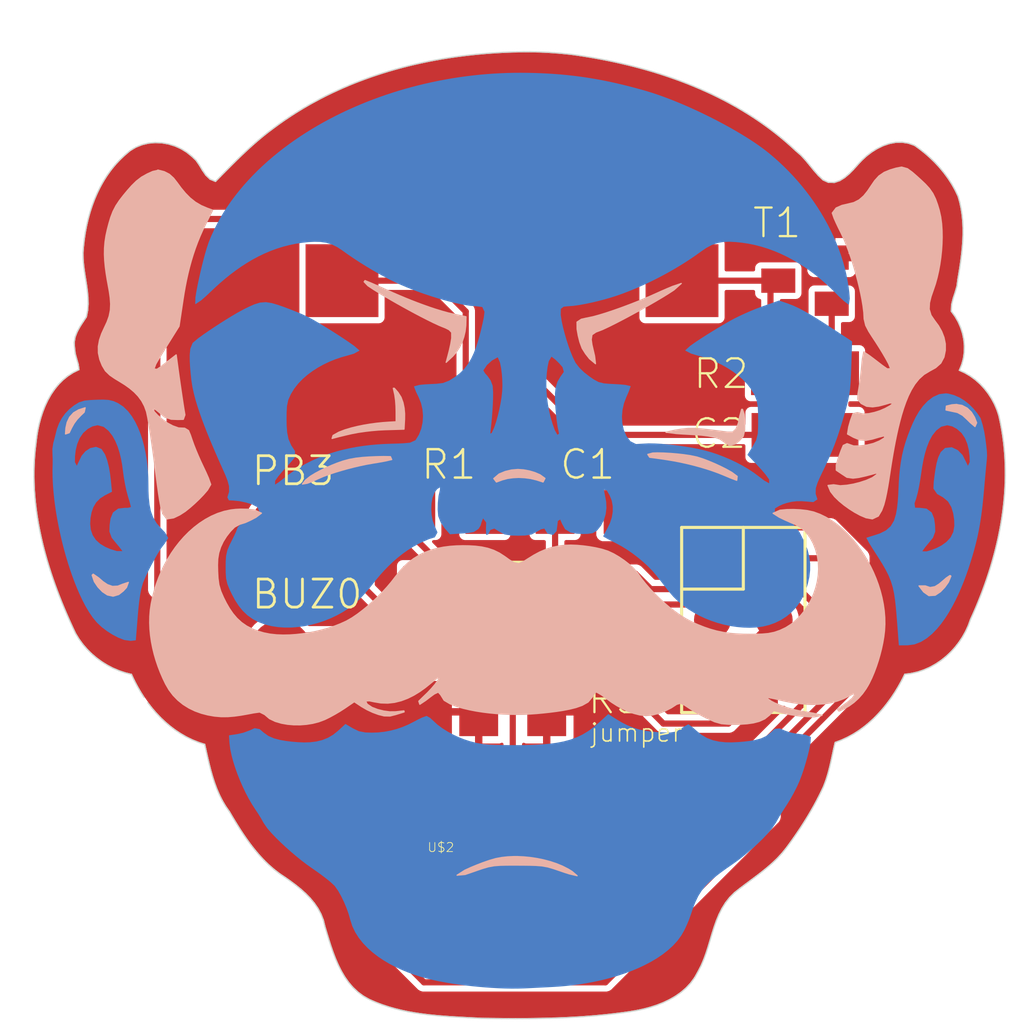
<source format=kicad_pcb>
(kicad_pcb (version 20240108) (generator "pcbnew") (generator_version "8.0")
  (layers (0 "F.Cu" signal) (31 "B.Cu" signal) (34 "B.Paste" user) (35 "F.Paste" user) (36 "B.SilkS" user "B.Silkscreen") (37 "F.SilkS" user "F.Silkscreen") (38 "B.Mask" user) (39 "F.Mask" user) (44 "Edge.Cuts" user))
  (net 0 "")
  (net 1 "N$1")
  (net 2 "N$2")
  (net 3 "N$3")
  (net 4 "N$4")
  (net 5 "N$5")
  (net 6 "N$6")
  (net 7 "N$7")
  (net 8 "SCL")
  (net 9 "SDA")
  (net 10 "VCC")
  (footprint "saomr:2X3_SMD_PAD_ROUND" (layer "F.Cu") (at 157.711191 108.493359)
    (property "Reference" "JP1" (hide yes))
    (property "Value" "AVR_SPI_PRG_6SMD_ROUND" (hide yes))
  )
  (footprint "saomr:C1206" (layer "F.Cu") (at 160.251191 100.873359)
    (property "Reference" "C2")
    (property "Value" "22uF")
  )
  (footprint "saomr:SO08-EIAJ" (layer "F.Cu") (at 148.186191 108.493359 -90)
    (property "Reference" "U1")
    (property "Value" "Tiny85-20-SMT")
  )
  (footprint "saomr:SOT23" (layer "F.Cu") (at 160.251191 94.523359 90)
    (property "Reference" "T1")
    (property "Value" "BC847")
  )
  (footprint "saomr:R1206" (layer "F.Cu") (at 160.251191 98.333359 180)
    (property "Reference" "R2")
    (property "Value" "2k2")
  )
  (footprint "saomr:KMTG-1102" (layer "F.Cu") (at 148.186191 94.523359 180)
    (property "Reference" "U$1" (hide yes))
    (property "Value" "SPEAKERKMTG-1102" (hide yes))
  )
  (footprint "saomr:B2,54" (layer "F.Cu") (at 138.661191 109.763359)
    (property "Reference" "BUZ0")
    (property "Value" "PTR1B2,54" (hide yes))
  )
  (footprint "saomr:M1206" (layer "F.Cu") (at 148.215656 112.276941)
    (property "Reference" "R3")
    (property "Value" "")
  )
  (footprint "saomr:DAVEDARKO_GOLD" (layer "F.Cu") (at 140.895375 115.670891)
    (property "Reference" "U$3" (hide yes))
    (property "Value" "" (hide yes))
  )
  (footprint "saomr:2X3_SMD" (layer "F.Cu") (at 148.186191 118.178381)
    (property "Reference" "U$2")
    (property "Value" "SAO-SHITTY-ADDON")
  )
  (footprint "saomr:R1206" (layer "F.Cu") (at 145.646191 104.048359)
    (property "Reference" "R1")
    (property "Value" "")
  )
  (footprint "saomr:C1206" (layer "F.Cu") (at 151.361191 104.048359)
    (property "Reference" "C1")
    (property "Value" "")
  )
  (footprint "saomr:B2,54" (layer "F.Cu") (at 138.661191 104.683359)
    (property "Reference" "PB3")
    (property "Value" "PTR1B2,54" (hide yes))
  )
  (gr_line (start 128.801641 105.098628) (end 128.865431 105.371519) (stroke (width 0.05)) (layer "Edge.Cuts"))
  (gr_line (start 153.73525 85.846069) (end 153.463491 85.770528) (stroke (width 0.05)) (layer "Edge.Cuts"))
  (gr_line (start 165.98395 90.094419) (end 165.806181 89.877641) (stroke (width 0.05)) (layer "Edge.Cuts"))
  (gr_line (start 157.348441 119.722759) (end 157.569731 119.54815) (stroke (width 0.05)) (layer "Edge.Cuts"))
  (gr_line (start 152.36695 85.505719) (end 152.090809 85.448528) (stroke (width 0.05)) (layer "Edge.Cuts"))
  (gr_line (start 151.116791 124.827909) (end 151.395609 124.80745) (stroke (width 0.05)) (layer "Edge.Cuts"))
  (gr_line (start 137.29095 117.556478) (end 137.454841 117.778959) (stroke (width 0.05)) (layer "Edge.Cuts"))
  (gr_line (start 156.2652 121.940978) (end 156.345241 121.67455) (stroke (width 0.05)) (layer "Edge.Cuts"))
  (gr_line (start 166.740381 96.700869) (end 166.66215 96.454609) (stroke (width 0.05)) (layer "Edge.Cuts"))
  (gr_line (start 128.864291 99.9239) (end 128.78295 100.173178) (stroke (width 0.05)) (layer "Edge.Cuts"))
  (gr_line (start 130.5485 93.901219) (end 130.5837 94.1655) (stroke (width 0.05)) (layer "Edge.Cuts"))
  (gr_line (start 158.690109 118.691819) (end 158.902872 118.506841) (stroke (width 0.05)) (layer "Edge.Cuts"))
  (gr_line (start 129.200809 99.214441) (end 129.072159 99.442691) (stroke (width 0.05)) (layer "Edge.Cuts"))
  (gr_line (start 136.982009 117.09785) (end 137.133631 117.329091) (stroke (width 0.05)) (layer "Edge.Cuts"))
  (gr_line (start 130.543241 93.088419) (end 130.520941 93.368919) (stroke (width 0.05)) (layer "Edge.Cuts"))
  (gr_line (start 129.866509 108.2833) (end 129.979841 108.539809) (stroke (width 0.05)) (layer "Edge.Cuts"))
  (gr_line (start 166.631209 93.946919) (end 166.669272 93.684291) (stroke (width 0.05)) (layer "Edge.Cuts"))
  (gr_line (start 156.979109 120.137728) (end 157.151241 119.91895) (stroke (width 0.05)) (layer "Edge.Cuts"))
  (gr_line (start 130.725909 95.22145) (end 130.731072 95.4878) (stroke (width 0.05)) (layer "Edge.Cuts"))
  (gr_line (start 131.680131 89.957791) (end 131.516031 90.185828) (stroke (width 0.05)) (layer "Edge.Cuts"))
  (gr_line (start 135.276759 113.534259) (end 135.533031 113.617128) (stroke (width 0.05)) (layer "Edge.Cuts"))
  (gr_line (start 166.74745 92.09585) (end 166.722872 91.831659) (stroke (width 0.05)) (layer "Edge.Cuts"))
  (gr_line (start 128.603472 103.995709) (end 128.643981 104.272828) (stroke (width 0.05)) (layer "Edge.Cuts"))
  (gr_line (start 166.589331 94.208978) (end 166.631209 93.946919) (stroke (width 0.05)) (layer "Edge.Cuts"))
  (gr_line (start 148.927009 85.097141) (end 148.672881 85.097209) (stroke (width 0.05)) (layer "Edge.Cuts"))
  (gr_line (start 159.944809 117.228491) (end 160.094041 117.0042) (stroke (width 0.05)) (layer "Edge.Cuts"))
  (gr_line (start 166.558109 96.217778) (end 166.429591 95.993969) (stroke (width 0.05)) (layer "Edge.Cuts"))
  (gr_line (start 150.194959 85.160091) (end 149.942059 85.139369) (stroke (width 0.05)) (layer "Edge.Cuts"))
  (gr_line (start 166.588009 109.417041) (end 166.73565 109.19475) (stroke (width 0.05)) (layer "Edge.Cuts"))
  (gr_line (start 166.243359 109.823941) (end 166.423559 109.62725) (stroke (width 0.05)) (layer "Edge.Cuts"))
  (gr_line (start 164.236309 110.976969) (end 164.359581 110.731291) (stroke (width 0.05)) (layer "Edge.Cuts"))
  (gr_line (start 163.978281 88.8277) (end 163.71585 88.877869) (stroke (width 0.05)) (layer "Edge.Cuts"))
  (gr_line (start 136.834981 116.863378) (end 136.982009 117.09785) (stroke (width 0.05)) (layer "Edge.Cuts"))
  (gr_line (start 151.536222 85.344409) (end 151.257772 85.29735) (stroke (width 0.05)) (layer "Edge.Cuts"))
  (gr_line (start 137.737209 88.739541) (end 137.532341 88.917719) (stroke (width 0.05)) (layer "Edge.Cuts"))
  (gr_line (start 135.651272 114.145419) (end 135.713309 114.4089) (stroke (width 0.05)) (layer "Edge.Cuts"))
  (gr_line (start 168.494372 102.840109) (end 168.500609 102.561678) (stroke (width 0.05)) (layer "Edge.Cuts"))
  (gr_line (start 166.683831 91.569119) (end 166.6292 91.309709) (stroke (width 0.05)) (layer "Edge.Cuts"))
  (gr_line (start 153.33905 124.572109) (end 153.613459 124.512869) (stroke (width 0.05)) (layer "Edge.Cuts"))
  (gr_line (start 132.254172 89.342541) (end 132.049481 89.534819) (stroke (width 0.05)) (layer "Edge.Cuts"))
  (gr_line (start 159.666441 88.983509) (end 159.45475 88.797178) (stroke (width 0.05)) (layer "Edge.Cuts"))
  (gr_line (start 136.258381 115.9338) (end 136.396359 116.166919) (stroke (width 0.05)) (layer "Edge.Cuts"))
  (gr_line (start 130.52545 93.6355) (end 130.5485 93.901219) (stroke (width 0.05)) (layer "Edge.Cuts"))
  (gr_line (start 135.533031 113.617128) (end 135.5919 113.881369) (stroke (width 0.05)) (layer "Edge.Cuts"))
  (gr_line (start 135.57875 90.175728) (end 135.441172 89.975259) (stroke (width 0.05)) (layer "Edge.Cuts"))
  (gr_line (start 136.550122 89.855178) (end 136.358781 90.048341) (stroke (width 0.05)) (layer "Edge.Cuts"))
  (gr_line (start 166.436559 94.99765) (end 166.511091 94.738119) (stroke (width 0.05)) (layer "Edge.Cuts"))
  (gr_line (start 130.157031 97.075341) (end 130.174991 97.311928) (stroke (width 0.05)) (layer "Edge.Cuts"))
  (gr_line (start 166.300572 90.5566) (end 166.149022 90.320741) (stroke (width 0.05)) (layer "Edge.Cuts"))
  (gr_line (start 133.352631 112.111319) (end 133.527231 112.315859) (stroke (width 0.05)) (layer "Edge.Cuts"))
  (gr_line (start 163.223022 89.081269) (end 162.9967 89.222769) (stroke (width 0.05)) (layer "Edge.Cuts"))
  (gr_line (start 152.642481 85.566478) (end 152.36695 85.505719) (stroke (width 0.05)) (layer "Edge.Cuts"))
  (gr_line (start 138.60285 88.068128) (end 138.376409 88.234278) (stroke (width 0.05)) (layer "Edge.Cuts"))
  (gr_line (start 132.516222 110.735378) (end 132.630422 110.979209) (stroke (width 0.05)) (layer "Edge.Cuts"))
  (gr_line (start 144.493772 85.545278) (end 144.2196 85.606) (stroke (width 0.05)) (layer "Edge.Cuts"))
  (gr_line (start 148.11175 85.109609) (end 147.831191 85.121041) (stroke (width 0.05)) (layer "Edge.Cuts"))
  (gr_line (start 148.672881 85.097209) (end 148.39225 85.101678) (stroke (width 0.05)) (layer "Edge.Cuts"))
  (gr_line (start 143.090109 124.421291) (end 143.355872 124.49775) (stroke (width 0.05)) (layer "Edge.Cuts"))
  (gr_line (start 158.902872 118.506841) (end 159.106731 118.311919) (stroke (width 0.05)) (layer "Edge.Cuts"))
  (gr_line (start 138.158941 88.3971) (end 137.945781 88.565919) (stroke (width 0.05)) (layer "Edge.Cuts"))
  (gr_line (start 142.069122 86.244541) (end 141.806881 86.344228) (stroke (width 0.05)) (layer "Edge.Cuts"))
  (gr_line (start 163.810541 111.682128) (end 163.961891 111.452959) (stroke (width 0.05)) (layer "Edge.Cuts"))
  (gr_line (start 140.481031 121.109959) (end 140.561241 121.378459) (stroke (width 0.05)) (layer "Edge.Cuts"))
  (gr_line (start 166.351972 95.254228) (end 166.436559 94.99765) (stroke (width 0.05)) (layer "Edge.Cuts"))
  (gr_line (start 143.13365 85.890669) (end 142.8654 85.9725) (stroke (width 0.05)) (layer "Edge.Cuts"))
  (gr_line (start 142.8654 85.9725) (end 142.5986 86.058678) (stroke (width 0.05)) (layer "Edge.Cuts"))
  (gr_line (start 140.5247 86.912141) (end 140.274641 87.039978) (stroke (width 0.05)) (layer "Edge.Cuts"))
  (gr_line (start 140.194691 120.371091) (end 140.320581 120.604628) (stroke (width 0.05)) (layer "Edge.Cuts"))
  (gr_line (start 166.669272 93.684291) (end 166.702341 93.420728) (stroke (width 0.05)) (layer "Edge.Cuts"))
  (gr_line (start 167.060309 98.450191) (end 166.839781 98.31955) (stroke (width 0.05)) (layer "Edge.Cuts"))
  (gr_line (start 140.642559 121.64665) (end 140.727622 121.913569) (stroke (width 0.05)) (layer "Edge.Cuts"))
  (gr_line (start 140.043809 120.152069) (end 140.194691 120.371091) (stroke (width 0.05)) (layer "Edge.Cuts"))
  (gr_line (start 168.426459 101.173578) (end 168.389541 100.897559) (stroke (width 0.05)) (layer "Edge.Cuts"))
  (gr_line (start 140.918881 122.43975) (end 141.0304 122.69705) (stroke (width 0.05)) (layer "Edge.Cuts"))
  (gr_line (start 136.358781 90.048341) (end 136.168081 90.242128) (stroke (width 0.05)) (layer "Edge.Cuts"))
  (gr_line (start 165.207231 89.288809) (end 164.988172 89.113691) (stroke (width 0.05)) (layer "Edge.Cuts"))
  (gr_line (start 158.470709 118.869128) (end 158.690109 118.691819) (stroke (width 0.05)) (layer "Edge.Cuts"))
  (gr_line (start 167.598859 107.182059) (end 167.692681 106.91985) (stroke (width 0.05)) (layer "Edge.Cuts"))
  (gr_line (start 159.476359 117.886119) (end 159.635741 117.669328) (stroke (width 0.05)) (layer "Edge.Cuts"))
  (gr_line (start 148.321841 124.910059) (end 148.601709 124.9095) (stroke (width 0.05)) (layer "Edge.Cuts"))
  (gr_line (start 137.133631 117.329091) (end 137.29095 117.556478) (stroke (width 0.05)) (layer "Edge.Cuts"))
  (gr_line (start 142.33325 86.1493) (end 142.069122 86.244541) (stroke (width 0.05)) (layer "Edge.Cuts"))
  (gr_line (start 137.532341 88.917719) (end 137.330931 89.099691) (stroke (width 0.05)) (layer "Edge.Cuts"))
  (gr_line (start 166.287841 95.516059) (end 166.351972 95.254228) (stroke (width 0.05)) (layer "Edge.Cuts"))
  (gr_line (start 168.500041 102.283459) (end 168.492481 102.0052) (stroke (width 0.05)) (layer "Edge.Cuts"))
  (gr_line (start 166.758809 92.626559) (end 166.758972 92.36125) (stroke (width 0.05)) (layer "Edge.Cuts"))
  (gr_line (start 168.273459 104.773278) (end 168.322859 104.499409) (stroke (width 0.05)) (layer "Edge.Cuts"))
  (gr_line (start 150.700072 85.21315) (end 150.447691 85.184709) (stroke (width 0.05)) (layer "Edge.Cuts"))
  (gr_line (start 133.033531 111.678059) (end 133.187991 111.898359) (stroke (width 0.001)) (layer "Edge.Cuts"))
  (gr_line (start 143.403341 85.813141) (end 143.13365 85.890669) (stroke (width 0.05)) (layer "Edge.Cuts"))
  (gr_line (start 147.831191 85.121041) (end 147.55075 85.136) (stroke (width 0.05)) (layer "Edge.Cuts"))
  (gr_line (start 153.062481 124.619659) (end 153.33905 124.572109) (stroke (width 0.05)) (layer "Edge.Cuts"))
  (gr_line (start 128.960359 99.6798) (end 128.864291 99.9239) (stroke (width 0.05)) (layer "Edge.Cuts"))
  (gr_line (start 135.5919 113.881369) (end 135.651272 114.145419) (stroke (width 0.05)) (layer "Edge.Cuts"))
  (gr_line (start 166.423559 109.62725) (end 166.588009 109.417041) (stroke (width 0.05)) (layer "Edge.Cuts"))
  (gr_line (start 134.111922 112.871078) (end 134.327031 113.033259) (stroke (width 0.05)) (layer "Edge.Cuts"))
  (gr_line (start 155.710572 123.216359) (end 155.847509 122.9712) (stroke (width 0.05)) (layer "Edge.Cuts"))
  (gr_line (start 165.1378 110.554459) (end 165.382291 110.44765) (stroke (width 0.05)) (layer "Edge.Cuts"))
  (gr_line (start 165.806181 89.877641) (end 165.61695 89.671019) (stroke (width 0.05)) (layer "Edge.Cuts"))
  (gr_line (start 132.953381 88.921878) (end 132.698672 89.023719) (stroke (width 0.05)) (layer "Edge.Cuts"))
  (gr_line (start 147.270909 85.1545) (end 146.991 85.176628) (stroke (width 0.05)) (layer "Edge.Cuts"))
  (gr_line (start 131.293522 110.216128) (end 131.520281 110.35715) (stroke (width 0.05)) (layer "Edge.Cuts"))
  (gr_line (start 160.094041 117.0042) (end 160.239072 116.7777) (stroke (width 0.05)) (layer "Edge.Cuts"))
  (gr_line (start 157.794509 119.37805) (end 158.020972 119.209778) (stroke (width 0.05)) (layer "Edge.Cuts"))
  (gr_line (start 134.039172 88.893491) (end 133.768572 88.846959) (stroke (width 0.05)) (layer "Edge.Cuts"))
  (gr_line (start 145.320859 85.387469) (end 145.044259 85.4361) (stroke (width 0.05)) (layer "Edge.Cuts"))
  (gr_line (start 137.132241 89.285169) (end 136.936341 89.473119) (stroke (width 0.05)) (layer "Edge.Cuts"))
  (gr_line (start 129.446372 107.244019) (end 129.546059 107.505741) (stroke (width 0.05)) (layer "Edge.Cuts"))
  (gr_line (start 135.441172 89.975259) (end 135.315681 89.766569) (stroke (width 0.05)) (layer "Edge.Cuts"))
  (gr_line (start 139.48975 119.580778) (end 139.6874 119.758428) (stroke (width 0.05)) (layer "Edge.Cuts"))
  (gr_line (start 133.907 112.696841) (end 134.111922 112.871078) (stroke (width 0.05)) (layer "Edge.Cuts"))
  (gr_line (start 163.478272 112.120019) (end 163.649231 111.904978) (stroke (width 0.05)) (layer "Edge.Cuts"))
  (gr_line (start 163.71585 88.877869) (end 163.463481 88.964409) (stroke (width 0.05)) (layer "Edge.Cuts"))
  (gr_line (start 128.5872 101.201491) (end 128.554 101.479841) (stroke (width 0.05)) (layer "Edge.Cuts"))
  (gr_line (start 145.597959 85.342791) (end 145.320859 85.387469) (stroke (width 0.05)) (layer "Edge.Cuts"))
  (gr_line (start 160.774331 115.844041) (end 160.895391 115.603409) (stroke (width 0.05)) (layer "Edge.Cuts"))
  (gr_line (start 130.670831 92.255441) (end 130.617959 92.531328) (stroke (width 0.05)) (layer "Edge.Cuts"))
  (gr_line (start 157.569731 119.54815) (end 157.794509 119.37805) (stroke (width 0.05)) (layer "Edge.Cuts"))
  (gr_line (start 150.558422 124.860928) (end 150.837672 124.845691) (stroke (width 0.05)) (layer "Edge.Cuts"))
  (gr_line (start 161.998641 113.326928) (end 162.239559 113.195191) (stroke (width 0.05)) (layer "Edge.Cuts"))
  (gr_line (start 149.7207 124.892991) (end 150.000091 124.884409) (stroke (width 0.05)) (layer "Edge.Cuts"))
  (gr_line (start 143.674331 85.739869) (end 143.403341 85.813141) (stroke (width 0.05)) (layer "Edge.Cuts"))
  (gr_line (start 130.575531 92.80905) (end 130.543241 93.088419) (stroke (width 0.05)) (layer "Edge.Cuts"))
  (gr_line (start 167.929731 99.375) (end 167.789809 99.160759) (stroke (width 0.05)) (layer "Edge.Cuts"))
  (gr_line (start 136.396359 116.166919) (end 136.551209 116.3886) (stroke (width 0.05)) (layer "Edge.Cuts"))
  (gr_line (start 164.760791 88.949819) (end 164.50915 88.861328) (stroke (width 0.05)) (layer "Edge.Cuts"))
  (gr_line (start 161.213609 90.473091) (end 160.993781 90.373728) (stroke (width 0.05)) (layer "Edge.Cuts"))
  (gr_line (start 149.942059 85.139369) (end 149.688322 85.1226) (stroke (width 0.05)) (layer "Edge.Cuts"))
  (gr_line (start 161.106959 115.1082) (end 161.188122 114.851191) (stroke (width 0.05)) (layer "Edge.Cuts"))
  (gr_line (start 140.561241 121.378459) (end 140.642559 121.64665) (stroke (width 0.05)) (layer "Edge.Cuts"))
  (gr_line (start 141.6418 123.630559) (end 141.846131 123.821828) (stroke (width 0.05)) (layer "Edge.Cuts"))
  (gr_line (start 166.7484 92.891869) (end 166.758809 92.626559) (stroke (width 0.05)) (layer "Edge.Cuts"))
  (gr_line (start 130.121031 98.300291) (end 129.900772 98.442259) (stroke (width 0.05)) (layer "Edge.Cuts"))
  (gr_line (start 132.754659 111.217769) (end 132.889 111.450859) (stroke (width 0.05)) (layer "Edge.Cuts"))
  (gr_line (start 156.508581 121.1424) (end 156.601131 120.880069) (stroke (width 0.05)) (layer "Edge.Cuts"))
  (gr_line (start 156.119322 86.709391) (end 155.86095 86.5962) (stroke (width 0.05)) (layer "Edge.Cuts"))
  (gr_line (start 141.846131 123.821828) (end 142.0715 123.987491) (stroke (width 0.05)) (layer "Edge.Cuts"))
  (gr_line (start 130.354459 109.2768) (end 130.511781 109.49285) (stroke (width 0.05)) (layer "Edge.Cuts"))
  (gr_line (start 154.005731 85.92545) (end 153.73525 85.846069) (stroke (width 0.05)) (layer "Edge.Cuts"))
  (gr_line (start 168.292831 100.349628) (end 168.232891 100.0781) (stroke (width 0.05)) (layer "Edge.Cuts"))
  (gr_line (start 160.239072 116.7777) (end 160.38005 116.548269) (stroke (width 0.05)) (layer "Edge.Cuts"))
  (gr_line (start 131.858009 89.740328) (end 131.680131 89.957791) (stroke (width 0.05)) (layer "Edge.Cuts"))
  (gr_line (start 129.258422 106.715841) (end 129.35035 106.9805) (stroke (width 0.05)) (layer "Edge.Cuts"))
  (gr_line (start 129.35035 106.9805) (end 129.446372 107.244019) (stroke (width 0.05)) (layer "Edge.Cuts"))
  (gr_line (start 155.847509 122.9712) (end 155.9757 122.724069) (stroke (width 0.05)) (layer "Edge.Cuts"))
  (gr_line (start 140.274641 87.039978) (end 140.027159 87.17255) (stroke (width 0.05)) (layer "Edge.Cuts"))
  (gr_line (start 168.218559 105.046078) (end 168.273459 104.773278) (stroke (width 0.05)) (layer "Edge.Cuts"))
  (gr_line (start 167.39855 107.7014) (end 167.500791 107.442559) (stroke (width 0.05)) (layer "Edge.Cuts"))
  (gr_line (start 128.643981 104.272828) (end 128.690672 104.549141) (stroke (width 0.05)) (layer "Edge.Cuts"))
  (gr_line (start 153.463491 85.770528) (end 153.190722 85.698791) (stroke (width 0.05)) (layer "Edge.Cuts"))
  (gr_line (start 150.447691 85.184709) (end 150.194959 85.160091) (stroke (width 0.05)) (layer "Edge.Cuts"))
  (gr_line (start 158.335541 87.940459) (end 158.100931 87.784259) (stroke (width 0.05)) (layer "Edge.Cuts"))
  (gr_line (start 167.782022 106.656369) (end 167.86685 106.39135) (stroke (width 0.05)) (layer "Edge.Cuts"))
  (gr_line (start 161.188122 114.851191) (end 161.257622 114.5909) (stroke (width 0.05)) (layer "Edge.Cuts"))
  (gr_line (start 128.554 101.479841) (end 128.528972 101.759159) (stroke (width 0.05)) (layer "Edge.Cuts"))
  (gr_line (start 159.635741 117.669328) (end 159.792009 117.450091) (stroke (width 0.05)) (layer "Edge.Cuts"))
  (gr_line (start 161.454909 90.479291) (end 161.213609 90.473091) (stroke (width 0.05)) (layer "Edge.Cuts"))
  (gr_line (start 151.952981 124.7578) (end 152.230909 124.728359) (stroke (width 0.05)) (layer "Edge.Cuts"))
  (gr_line (start 159.2386 88.615659) (end 159.018491 88.439278) (stroke (width 0.05)) (layer "Edge.Cuts"))
  (gr_line (start 166.544759 94.470941) (end 166.589331 94.208978) (stroke (width 0.05)) (layer "Edge.Cuts"))
  (gr_line (start 165.6166 110.319359) (end 165.838872 110.171591) (stroke (width 0.05)) (layer "Edge.Cuts"))
  (gr_line (start 138.403631 118.779428) (end 138.623331 118.947528) (stroke (width 0.05)) (layer "Edge.Cuts"))
  (gr_line (start 159.792009 117.450091) (end 159.944809 117.228491) (stroke (width 0.05)) (layer "Edge.Cuts"))
  (gr_line (start 168.050859 99.600191) (end 167.929731 99.375) (stroke (width 0.05)) (layer "Edge.Cuts"))
  (gr_line (start 167.500791 107.442559) (end 167.598859 107.182059) (stroke (width 0.05)) (layer "Edge.Cuts"))
  (gr_line (start 168.404459 103.94895) (end 168.436341 103.672578) (stroke (width 0.05)) (layer "Edge.Cuts"))
  (gr_line (start 135.853709 114.931478) (end 135.936322 115.189178) (stroke (width 0.05)) (layer "Edge.Cuts"))
  (gr_line (start 150.837672 124.845691) (end 151.116791 124.827909) (stroke (width 0.05)) (layer "Edge.Cuts"))
  (gr_line (start 132.630422 110.979209) (end 132.754659 111.217769) (stroke (width 0.05)) (layer "Edge.Cuts"))
  (gr_line (start 156.629941 86.949578) (end 156.375859 86.827241) (stroke (width 0.05)) (layer "Edge.Cuts"))
  (gr_line (start 164.6243 110.69765) (end 164.8846 110.638269) (stroke (width 0.05)) (layer "Edge.Cuts"))
  (gr_line (start 130.895809 91.44295) (end 130.809431 91.710419) (stroke (width 0.05)) (layer "Edge.Cuts"))
  (gr_line (start 149.434672 85.109928) (end 149.181081 85.101419) (stroke (width 0.05)) (layer "Edge.Cuts"))
  (gr_line (start 159.45475 88.797178) (end 159.2386 88.615659) (stroke (width 0.05)) (layer "Edge.Cuts"))
  (gr_line (start 162.4073 89.763) (end 162.244831 89.94335) (stroke (width 0.05)) (layer "Edge.Cuts"))
  (gr_line (start 130.685759 109.695791) (end 130.875122 109.884728) (stroke (width 0.05)) (layer "Edge.Cuts"))
  (gr_line (start 167.947009 106.125) (end 168.022381 105.857291) (stroke (width 0.05)) (layer "Edge.Cuts"))
  (gr_line (start 167.266322 98.60175) (end 167.060309 98.450191) (stroke (width 0.05)) (layer "Edge.Cuts"))
  (gr_line (start 139.3012 87.598919) (end 139.06525 87.750528) (stroke (width 0.05)) (layer "Edge.Cuts"))
  (gr_line (start 130.3985 96.412619) (end 130.283772 96.620619) (stroke (width 0.05)) (layer "Edge.Cuts"))
  (gr_line (start 143.946341 85.670869) (end 143.674331 85.739869) (stroke (width 0.05)) (layer "Edge.Cuts"))
  (gr_line (start 141.29795 123.189009) (end 141.459341 123.418091) (stroke (width 0.05)) (layer "Edge.Cuts"))
  (gr_line (start 152.78575 124.659441) (end 153.062481 124.619659) (stroke (width 0.05)) (layer "Edge.Cuts"))
  (gr_line (start 166.976759 108.7186) (end 167.067709 108.468041) (stroke (width 0.05)) (layer "Edge.Cuts"))
  (gr_line (start 160.614959 89.978419) (end 160.441809 89.765719) (stroke (width 0.05)) (layer "Edge.Cuts"))
  (gr_line (start 132.049481 89.534819) (end 131.858009 89.740328) (stroke (width 0.05)) (layer "Edge.Cuts"))
  (gr_line (start 129.756409 108.025641) (end 129.866509 108.2833) (stroke (width 0.05)) (layer "Edge.Cuts"))
  (gr_line (start 155.140541 123.831169) (end 155.3533 123.6483) (stroke (width 0.05)) (layer "Edge.Cuts"))
  (gr_line (start 166.6292 91.309709) (end 166.55785 91.054041) (stroke (width 0.05)) (layer "Edge.Cuts"))
  (gr_line (start 130.659641 96.015409) (end 130.52775 96.21285) (stroke (width 0.05)) (layer "Edge.Cuts"))
  (gr_line (start 161.889 90.272291) (end 161.683909 90.401178) (stroke (width 0.05)) (layer "Edge.Cuts"))
  (gr_line (start 128.569341 103.71745) (end 128.603472 103.995709) (stroke (width 0.05)) (layer "Edge.Cuts"))
  (gr_line (start 134.78755 89.227078) (end 134.552972 89.084619) (stroke (width 0.05)) (layer "Edge.Cuts"))
  (gr_line (start 138.832272 87.907041) (end 138.60285 88.068128) (stroke (width 0.05)) (layer "Edge.Cuts"))
  (gr_line (start 137.454841 117.778959) (end 137.626309 117.995628) (stroke (width 0.05)) (layer "Edge.Cuts"))
  (gr_line (start 167.631972 98.959128) (end 167.457191 98.772141) (stroke (width 0.05)) (layer "Edge.Cuts"))
  (gr_line (start 128.715341 100.426341) (end 128.660581 100.682619) (stroke (width 0.05)) (layer "Edge.Cuts"))
  (gr_line (start 147.203072 124.902078) (end 147.482781 124.905269) (stroke (width 0.05)) (layer "Edge.Cuts"))
  (gr_line (start 148.39225 85.101678) (end 148.11175 85.109609) (stroke (width 0.05)) (layer "Edge.Cuts"))
  (gr_line (start 130.710881 95.7538) (end 130.659641 96.015409) (stroke (width 0.05)) (layer "Edge.Cuts"))
  (gr_line (start 134.784959 113.3155) (end 135.027109 113.433428) (stroke (width 0.05)) (layer "Edge.Cuts"))
  (gr_line (start 145.542391 124.821391) (end 145.818691 124.8392) (stroke (width 0.05)) (layer "Edge.Cuts"))
  (gr_line (start 156.601131 120.880069) (end 156.707309 120.623028) (stroke (width 0.05)) (layer "Edge.Cuts"))
  (gr_line (start 154.413309 124.251741) (end 154.666881 124.131628) (stroke (width 0.05)) (layer "Edge.Cuts"))
  (gr_line (start 156.375859 86.827241) (end 156.119322 86.709391) (stroke (width 0.05)) (layer "Edge.Cuts"))
  (gr_line (start 168.462059 103.395759) (end 168.481472 103.117991) (stroke (width 0.05)) (layer "Edge.Cuts"))
  (gr_line (start 151.395609 124.80745) (end 151.674391 124.784141) (stroke (width 0.05)) (layer "Edge.Cuts"))
  (gr_line (start 168.36655 104.224759) (end 168.404459 103.94895) (stroke (width 0.05)) (layer "Edge.Cuts"))
  (gr_line (start 130.994141 91.179769) (end 130.895809 91.44295) (stroke (width 0.05)) (layer "Edge.Cuts"))
  (gr_line (start 147.55075 85.136) (end 147.270909 85.1545) (stroke (width 0.05)) (layer "Edge.Cuts"))
  (gr_line (start 146.371072 124.869419) (end 146.647291 124.883591) (stroke (width 0.05)) (layer "Edge.Cuts"))
  (gr_line (start 131.07805 110.058369) (end 131.293522 110.216128) (stroke (width 0.05)) (layer "Edge.Cuts"))
  (gr_line (start 166.773591 97.7251) (end 166.809741 97.469259) (stroke (width 0.05)) (layer "Edge.Cuts"))
  (gr_line (start 155.3533 123.6483) (end 155.544809 123.442841) (stroke (width 0.05)) (layer "Edge.Cuts"))
  (gr_line (start 135.001122 89.399641) (end 134.78755 89.227078) (stroke (width 0.05)) (layer "Edge.Cuts"))
  (gr_line (start 133.768572 88.846959) (end 133.494531 88.834969) (stroke (width 0.05)) (layer "Edge.Cuts"))
  (gr_line (start 130.355841 98.184269) (end 130.121031 98.300291) (stroke (width 0.05)) (layer "Edge.Cuts"))
  (gr_line (start 162.471172 113.047669) (end 162.693081 112.885628) (stroke (width 0.05)) (layer "Edge.Cuts"))
  (gr_line (start 163.961891 111.452959) (end 164.10395 111.2174) (stroke (width 0.05)) (layer "Edge.Cuts"))
  (gr_line (start 133.711991 112.511341) (end 133.907 112.696841) (stroke (width 0.05)) (layer "Edge.Cuts"))
  (gr_line (start 161.319131 114.328328) (end 161.376141 114.064891) (stroke (width 0.05)) (layer "Edge.Cuts"))
  (gr_line (start 144.2196 85.606) (end 143.946341 85.670869) (stroke (width 0.05)) (layer "Edge.Cuts"))
  (gr_line (start 160.895391 115.603409) (end 161.01055 115.360141) (stroke (width 0.05)) (layer "Edge.Cuts"))
  (gr_line (start 160.266659 89.5548) (end 160.080172 89.354669) (stroke (width 0.05)) (layer "Edge.Cuts"))
  (gr_line (start 162.9967 89.222769) (end 162.7848 89.385169) (stroke (width 0.05)) (layer "Edge.Cuts"))
  (gr_line (start 158.794522 88.267969) (end 158.566809 88.1017) (stroke (width 0.05)) (layer "Edge.Cuts"))
  (gr_line (start 166.437141 90.80105) (end 166.300572 90.5566) (stroke (width 0.05)) (layer "Edge.Cuts"))
  (gr_line (start 130.511781 109.49285) (end 130.685759 109.695791) (stroke (width 0.05)) (layer "Edge.Cuts"))
  (gr_line (start 132.00355 110.585641) (end 132.257041 110.670891) (stroke (width 0.05)) (layer "Edge.Cuts"))
  (gr_line (start 160.516422 116.316269) (end 160.647881 116.081669) (stroke (width 0.05)) (layer "Edge.Cuts"))
  (gr_line (start 168.455822 101.450241) (end 168.426459 101.173578) (stroke (width 0.05)) (layer "Edge.Cuts"))
  (gr_line (start 128.528972 101.759159) (end 128.512 102.039059) (stroke (width 0.05)) (layer "Edge.Cuts"))
  (gr_line (start 142.827772 124.33405) (end 143.090109 124.421291) (stroke (width 0.05)) (layer "Edge.Cuts"))
  (gr_line (start 130.5837 94.1655) (end 130.62495 94.42865) (stroke (width 0.05)) (layer "Edge.Cuts"))
  (gr_line (start 167.067709 108.468041) (end 167.181841 108.214359) (stroke (width 0.05)) (layer "Edge.Cuts"))
  (gr_line (start 141.459341 123.418091) (end 141.6418 123.630559) (stroke (width 0.05)) (layer "Edge.Cuts"))
  (gr_line (start 163.10615 112.5239) (end 163.297272 112.326691) (stroke (width 0.05)) (layer "Edge.Cuts"))
  (gr_line (start 158.100931 87.784259) (end 157.862781 87.632791) (stroke (width 0.05)) (layer "Edge.Cuts"))
  (gr_line (start 160.441809 89.765719) (end 160.266659 89.5548) (stroke (width 0.05)) (layer "Edge.Cuts"))
  (gr_line (start 152.508622 124.695609) (end 152.78575 124.659441) (stroke (width 0.05)) (layer "Edge.Cuts"))
  (gr_line (start 166.607131 98.2129) (end 166.706181 97.974169) (stroke (width 0.05)) (layer "Edge.Cuts"))
  (gr_line (start 139.873391 119.948391) (end 140.043809 120.152069) (stroke (width 0.05)) (layer "Edge.Cuts"))
  (gr_line (start 141.0304 122.69705) (end 141.155759 122.947469) (stroke (width 0.05)) (layer "Edge.Cuts"))
  (gr_line (start 144.440872 124.71175) (end 144.715541 124.746709) (stroke (width 0.05)) (layer "Edge.Cuts"))
  (gr_line (start 136.168081 90.242128) (end 135.977691 90.435859) (stroke (width 0.05)) (layer "Edge.Cuts"))
  (gr_line (start 128.690672 104.549141) (end 128.74335 104.824678) (stroke (width 0.05)) (layer "Edge.Cuts"))
  (gr_line (start 162.244831 89.94335) (end 162.074081 90.115541) (stroke (width 0.05)) (layer "Edge.Cuts"))
  (gr_line (start 129.900772 98.442259) (end 129.697591 98.607841) (stroke (width 0.05)) (layer "Edge.Cuts"))
  (gr_line (start 151.257772 85.29735) (end 150.979422 85.253678) (stroke (width 0.05)) (layer "Edge.Cuts"))
  (gr_line (start 160.080172 89.354669) (end 159.873641 89.17475) (stroke (width 0.05)) (layer "Edge.Cuts"))
  (gr_line (start 156.345241 121.67455) (end 156.424822 121.407891) (stroke (width 0.05)) (layer "Edge.Cuts"))
  (gr_line (start 130.203009 97.533059) (end 130.26195 97.7488) (stroke (width 0.05)) (layer "Edge.Cuts"))
  (gr_line (start 165.838872 110.171591) (end 166.048 110.006019) (stroke (width 0.05)) (layer "Edge.Cuts"))
  (gr_line (start 130.62495 94.42865) (end 130.6664 94.691791) (stroke (width 0.05)) (layer "Edge.Cuts"))
  (gr_line (start 151.814059 85.394809) (end 151.536222 85.344409) (stroke (width 0.05)) (layer "Edge.Cuts"))
  (gr_line (start 168.322859 104.499409) (end 168.36655 104.224759) (stroke (width 0.05)) (layer "Edge.Cuts"))
  (gr_line (start 149.688322 85.1226) (end 149.434672 85.109928) (stroke (width 0.05)) (layer "Edge.Cuts"))
  (gr_line (start 162.587841 89.565928) (end 162.4073 89.763) (stroke (width 0.05)) (layer "Edge.Cuts"))
  (gr_line (start 139.283422 119.413519) (end 139.48975 119.580778) (stroke (width 0.05)) (layer "Edge.Cuts"))
  (gr_line (start 134.551541 113.1818) (end 134.784959 113.3155) (stroke (width 0.05)) (layer "Edge.Cuts"))
  (gr_line (start 129.347591 98.9971) (end 129.200809 99.214441) (stroke (width 0.05)) (layer "Edge.Cuts"))
  (gr_line (start 164.10395 111.2174) (end 164.236309 110.976969) (stroke (width 0.05)) (layer "Edge.Cuts"))
  (gr_line (start 131.228781 90.668609) (end 131.105072 90.921141) (stroke (width 0.05)) (layer "Edge.Cuts"))
  (gr_line (start 166.511091 94.738119) (end 166.544759 94.470941) (stroke (width 0.05)) (layer "Edge.Cuts"))
  (gr_line (start 153.885041 124.44065) (end 154.152131 124.354128) (stroke (width 0.05)) (layer "Edge.Cuts"))
  (gr_line (start 159.299009 118.105241) (end 159.476359 117.886119) (stroke (width 0.05)) (layer "Edge.Cuts"))
  (gr_line (start 137.945781 88.565919) (end 137.737209 88.739541) (stroke (width 0.05)) (layer "Edge.Cuts"))
  (gr_line (start 143.6242 124.564141) (end 143.89495 124.621378) (stroke (width 0.05)) (layer "Edge.Cuts"))
  (gr_line (start 153.613459 124.512869) (end 153.885041 124.44065) (stroke (width 0.05)) (layer "Edge.Cuts"))
  (gr_line (start 137.99535 118.406809) (end 138.194509 118.598819) (stroke (width 0.05)) (layer "Edge.Cuts"))
  (gr_line (start 130.702159 94.956059) (end 130.725909 95.22145) (stroke (width 0.05)) (layer "Edge.Cuts"))
  (gr_line (start 168.022381 105.857291) (end 168.092909 105.588) (stroke (width 0.05)) (layer "Edge.Cuts"))
  (gr_line (start 146.923322 124.898319) (end 147.203072 124.902078) (stroke (width 0.05)) (layer "Edge.Cuts"))
  (gr_line (start 133.527231 112.315859) (end 133.711991 112.511341) (stroke (width 0.05)) (layer "Edge.Cuts"))
  (gr_line (start 155.544809 123.442841) (end 155.710572 123.216359) (stroke (width 0.05)) (layer "Edge.Cuts"))
  (gr_line (start 164.988172 89.113691) (end 164.760791 88.949819) (stroke (width 0.05)) (layer "Edge.Cuts"))
  (gr_line (start 130.809431 91.710419) (end 130.734591 91.981328) (stroke (width 0.05)) (layer "Edge.Cuts"))
  (gr_line (start 167.292181 107.95875) (end 167.39855 107.7014) (stroke (width 0.05)) (layer "Edge.Cuts"))
  (gr_line (start 161.257622 114.5909) (end 161.319131 114.328328) (stroke (width 0.05)) (layer "Edge.Cuts"))
  (gr_line (start 163.463481 88.964409) (end 163.223022 89.081269) (stroke (width 0.05)) (layer "Edge.Cuts"))
  (gr_line (start 166.815409 97.211119) (end 166.791841 96.9539) (stroke (width 0.05)) (layer "Edge.Cuts"))
  (gr_line (start 139.6874 119.758428) (end 139.873391 119.948391) (stroke (width 0.05)) (layer "Edge.Cuts"))
  (gr_line (start 134.302272 88.973178) (end 134.039172 88.893491) (stroke (width 0.05)) (layer "Edge.Cuts"))
  (gr_line (start 140.776991 86.789128) (end 140.5247 86.912141) (stroke (width 0.05)) (layer "Edge.Cuts"))
  (gr_line (start 129.979841 108.539809) (end 130.096072 108.7948) (stroke (width 0.05)) (layer "Edge.Cuts"))
  (gr_line (start 161.376141 114.064891) (end 161.432381 113.801059) (stroke (width 0.05)) (layer "Edge.Cuts"))
  (gr_line (start 140.727622 121.913569) (end 140.818881 122.178259) (stroke (width 0.05)) (layer "Edge.Cuts"))
  (gr_line (start 162.693081 112.885628) (end 162.904841 112.71055) (stroke (width 0.05)) (layer "Edge.Cuts"))
  (gr_line (start 168.389541 100.897559) (end 168.345072 100.623091) (stroke (width 0.05)) (layer "Edge.Cuts"))
  (gr_line (start 166.839781 98.31955) (end 166.607131 98.2129) (stroke (width 0.05)) (layer "Edge.Cuts"))
  (gr_line (start 161.432381 113.801059) (end 161.491572 113.538169) (stroke (width 0.05)) (layer "Edge.Cuts"))
  (gr_line (start 166.277059 95.785369) (end 166.287841 95.516059) (stroke (width 0.05)) (layer "Edge.Cuts"))
  (gr_line (start 156.179991 122.206169) (end 156.2652 121.940978) (stroke (width 0.05)) (layer "Edge.Cuts"))
  (gr_line (start 130.324231 97.963309) (end 130.355841 98.184269) (stroke (width 0.05)) (layer "Edge.Cuts"))
  (gr_line (start 168.436341 103.672578) (end 168.462059 103.395759) (stroke (width 0.05)) (layer "Edge.Cuts"))
  (gr_line (start 149.441022 124.89965) (end 149.7207 124.892991) (stroke (width 0.05)) (layer "Edge.Cuts"))
  (gr_line (start 154.910509 123.9919) (end 155.140541 123.831169) (stroke (width 0.05)) (layer "Edge.Cuts"))
  (gr_line (start 146.095 124.854919) (end 146.371072 124.869419) (stroke (width 0.05)) (layer "Edge.Cuts"))
  (gr_line (start 130.215259 109.04875) (end 130.354459 109.2768) (stroke (width 0.05)) (layer "Edge.Cuts"))
  (gr_line (start 162.7848 89.385169) (end 162.587841 89.565928) (stroke (width 0.05)) (layer "Edge.Cuts"))
  (gr_line (start 165.61695 89.671019) (end 165.416981 89.474609) (stroke (width 0.05)) (layer "Edge.Cuts"))
  (gr_line (start 144.990791 124.776041) (end 145.26635 124.800619) (stroke (width 0.05)) (layer "Edge.Cuts"))
  (gr_line (start 159.018491 88.439278) (end 158.794522 88.267969) (stroke (width 0.05)) (layer "Edge.Cuts"))
  (gr_line (start 141.287841 86.557409) (end 141.031472 86.670869) (stroke (width 0.05)) (layer "Edge.Cuts"))
  (gr_line (start 135.936322 115.189178) (end 136.030031 115.443191) (stroke (width 0.05)) (layer "Edge.Cuts"))
  (gr_line (start 146.7116 85.202391) (end 146.4327 85.231819) (stroke (width 0.05)) (layer "Edge.Cuts"))
  (gr_line (start 129.649531 107.76645) (end 129.756409 108.025641) (stroke (width 0.05)) (layer "Edge.Cuts"))
  (gr_line (start 147.762609 124.907809) (end 148.042159 124.9095) (stroke (width 0.05)) (layer "Edge.Cuts"))
  (gr_line (start 154.275041 86.008791) (end 154.005731 85.92545) (stroke (width 0.05)) (layer "Edge.Cuts"))
  (gr_line (start 144.167191 124.670269) (end 144.440872 124.71175) (stroke (width 0.05)) (layer "Edge.Cuts"))
  (gr_line (start 141.031472 86.670869) (end 140.776991 86.789128) (stroke (width 0.05)) (layer "Edge.Cuts"))
  (gr_line (start 141.806881 86.344228) (end 141.546572 86.44845) (stroke (width 0.05)) (layer "Edge.Cuts"))
  (gr_line (start 168.500609 102.561678) (end 168.500041 102.283459) (stroke (width 0.05)) (layer "Edge.Cuts"))
  (gr_line (start 164.50915 88.861328) (end 164.24535 88.82065) (stroke (width 0.05)) (layer "Edge.Cuts"))
  (gr_line (start 144.715541 124.746709) (end 144.990791 124.776041) (stroke (width 0.05)) (layer "Edge.Cuts"))
  (gr_line (start 166.758972 92.36125) (end 166.74745 92.09585) (stroke (width 0.05)) (layer "Edge.Cuts"))
  (gr_line (start 132.257041 110.670891) (end 132.516222 110.735378) (stroke (width 0.05)) (layer "Edge.Cuts"))
  (gr_line (start 128.934391 105.6429) (end 129.008422 105.913219) (stroke (width 0.05)) (layer "Edge.Cuts"))
  (gr_line (start 132.463191 89.164841) (end 132.254172 89.342541) (stroke (width 0.05)) (layer "Edge.Cuts"))
  (gr_line (start 128.502931 102.3191) (end 128.501591 102.599228) (stroke (width 0.05)) (layer "Edge.Cuts"))
  (gr_line (start 155.600881 86.487578) (end 155.338809 86.383278) (stroke (width 0.05)) (layer "Edge.Cuts"))
  (gr_line (start 156.881759 87.076641) (end 156.629941 86.949578) (stroke (width 0.05)) (layer "Edge.Cuts"))
  (gr_line (start 166.809741 97.469259) (end 166.815409 97.211119) (stroke (width 0.05)) (layer "Edge.Cuts"))
  (gr_line (start 129.5129 98.79405) (end 129.347591 98.9971) (stroke (width 0.05)) (layer "Edge.Cuts"))
  (gr_line (start 168.481472 103.117991) (end 168.494372 102.840109) (stroke (width 0.05)) (layer "Edge.Cuts"))
  (gr_line (start 128.74335 104.824678) (end 128.801641 105.098628) (stroke (width 0.05)) (layer "Edge.Cuts"))
  (gr_line (start 157.377591 87.344891) (end 157.130931 87.208341) (stroke (width 0.05)) (layer "Edge.Cuts"))
  (gr_line (start 165.416981 89.474609) (end 165.207231 89.288809) (stroke (width 0.05)) (layer "Edge.Cuts"))
  (gr_line (start 148.881541 124.907809) (end 149.161291 124.904528) (stroke (width 0.05)) (layer "Edge.Cuts"))
  (gr_line (start 137.330931 89.099691) (end 137.132241 89.285169) (stroke (width 0.05)) (layer "Edge.Cuts"))
  (gr_line (start 166.706181 97.974169) (end 166.773591 97.7251) (stroke (width 0.05)) (layer "Edge.Cuts"))
  (gr_line (start 164.359581 110.731291) (end 164.6243 110.69765) (stroke (width 0.05)) (layer "Edge.Cuts"))
  (gr_line (start 167.86685 106.39135) (end 167.947009 106.125) (stroke (width 0.05)) (layer "Edge.Cuts"))
  (gr_line (start 140.417241 120.852) (end 140.481031 121.109959) (stroke (width 0.05)) (layer "Edge.Cuts"))
  (gr_line (start 168.152291 99.834959) (end 168.050859 99.600191) (stroke (width 0.05)) (layer "Edge.Cuts"))
  (gr_line (start 152.090809 85.448528) (end 151.814059 85.394809) (stroke (width 0.05)) (layer "Edge.Cuts"))
  (gr_line (start 132.698672 89.023719) (end 132.463191 89.164841) (stroke (width 0.05)) (layer "Edge.Cuts"))
  (gr_line (start 164.24535 88.82065) (end 163.978281 88.8277) (stroke (width 0.05)) (layer "Edge.Cuts"))
  (gr_line (start 128.521259 103.159019) (end 128.54185 103.438459) (stroke (width 0.05)) (layer "Edge.Cuts"))
  (gr_line (start 139.540431 87.451941) (end 139.3012 87.598919) (stroke (width 0.05)) (layer "Edge.Cuts"))
  (gr_line (start 154.152131 124.354128) (end 154.413309 124.251741) (stroke (width 0.05)) (layer "Edge.Cuts"))
  (gr_line (start 141.155759 122.947469) (end 141.29795 123.189009) (stroke (width 0.05)) (layer "Edge.Cuts"))
  (gr_line (start 133.187991 111.898359) (end 133.352631 112.111319) (stroke (width 0.05)) (layer "Edge.Cuts"))
  (gr_line (start 150.279381 124.873769) (end 150.558422 124.860928) (stroke (width 0.05)) (layer "Edge.Cuts"))
  (gr_line (start 154.810131 86.187769) (end 154.543359 86.09625) (stroke (width 0.05)) (layer "Edge.Cuts"))
  (gr_line (start 166.865641 108.961441) (end 166.976759 108.7186) (stroke (width 0.05)) (layer "Edge.Cuts"))
  (gr_line (start 166.73565 109.19475) (end 166.865641 108.961441) (stroke (width 0.05)) (layer "Edge.Cuts"))
  (gr_line (start 161.491572 113.538169) (end 161.74885 113.441709) (stroke (width 0.05)) (layer "Edge.Cuts"))
  (gr_line (start 136.936341 89.473119) (end 136.742422 89.663328) (stroke (width 0.05)) (layer "Edge.Cuts"))
  (gr_line (start 132.889 111.450859) (end 133.033531 111.678059) (stroke (width 0.05)) (layer "Edge.Cuts"))
  (gr_line (start 167.692681 106.91985) (end 167.782022 106.656369) (stroke (width 0.05)) (layer "Edge.Cuts"))
  (gr_line (start 135.780109 114.671228) (end 135.853709 114.931478) (stroke (width 0.05)) (layer "Edge.Cuts"))
  (gr_line (start 147.482781 124.905269) (end 147.762609 124.907809) (stroke (width 0.05)) (layer "Edge.Cuts"))
  (gr_line (start 130.174991 97.311928) (end 130.203009 97.533059) (stroke (width 0.05)) (layer "Edge.Cuts"))
  (gr_line (start 157.151241 119.91895) (end 157.348441 119.722759) (stroke (width 0.05)) (layer "Edge.Cuts"))
  (gr_line (start 166.149022 90.320741) (end 165.98395 90.094419) (stroke (width 0.05)) (layer "Edge.Cuts"))
  (gr_line (start 128.54185 103.438459) (end 128.569341 103.71745) (stroke (width 0.05)) (layer "Edge.Cuts"))
  (gr_line (start 146.15385 85.265028) (end 145.875709 85.301978) (stroke (width 0.05)) (layer "Edge.Cuts"))
  (gr_line (start 130.26195 97.7488) (end 130.324231 97.963309) (stroke (width 0.05)) (layer "Edge.Cuts"))
  (gr_line (start 140.818881 122.178259) (end 140.918881 122.43975) (stroke (width 0.05)) (layer "Edge.Cuts"))
  (gr_line (start 168.092909 105.588) (end 168.1583 105.317778) (stroke (width 0.05)) (layer "Edge.Cuts"))
  (gr_line (start 130.283772 96.620619) (end 130.1976 96.841609) (stroke (width 0.05)) (layer "Edge.Cuts"))
  (gr_line (start 149.161291 124.904528) (end 149.441022 124.89965) (stroke (width 0.05)) (layer "Edge.Cuts"))
  (gr_line (start 162.239559 113.195191) (end 162.471172 113.047669) (stroke (width 0.05)) (layer "Edge.Cuts"))
  (gr_line (start 167.181841 108.214359) (end 167.292181 107.95875) (stroke (width 0.05)) (layer "Edge.Cuts"))
  (gr_line (start 166.55785 91.054041) (end 166.437141 90.80105) (stroke (width 0.05)) (layer "Edge.Cuts"))
  (gr_line (start 140.320581 120.604628) (end 140.417241 120.852) (stroke (width 0.05)) (layer "Edge.Cuts"))
  (gr_line (start 150.000091 124.884409) (end 150.279381 124.873769) (stroke (width 0.05)) (layer "Edge.Cuts"))
  (gr_line (start 139.06525 87.750528) (end 138.832272 87.907041) (stroke (width 0.05)) (layer "Edge.Cuts"))
  (gr_line (start 129.087259 106.182219) (end 129.170641 106.449691) (stroke (width 0.05)) (layer "Edge.Cuts"))
  (gr_line (start 129.008422 105.913219) (end 129.087259 106.182219) (stroke (width 0.05)) (layer "Edge.Cuts"))
  (gr_line (start 143.89495 124.621378) (end 144.167191 124.670269) (stroke (width 0.05)) (layer "Edge.Cuts"))
  (gr_line (start 130.1976 96.841609) (end 130.157031 97.075341) (stroke (width 0.05)) (layer "Edge.Cuts"))
  (gr_line (start 166.72915 93.156409) (end 166.7484 92.891869) (stroke (width 0.05)) (layer "Edge.Cuts"))
  (gr_line (start 146.991 85.176628) (end 146.7116 85.202391) (stroke (width 0.05)) (layer "Edge.Cuts"))
  (gr_line (start 128.507772 102.879291) (end 128.521259 103.159019) (stroke (width 0.05)) (layer "Edge.Cuts"))
  (gr_line (start 161.01055 115.360141) (end 161.106959 115.1082) (stroke (width 0.05)) (layer "Edge.Cuts"))
  (gr_line (start 157.130931 87.208341) (end 156.881759 87.076641) (stroke (width 0.05)) (layer "Edge.Cuts"))
  (gr_line (start 128.501591 102.599228) (end 128.507772 102.879291) (stroke (width 0.05)) (layer "Edge.Cuts"))
  (gr_line (start 161.74885 113.441709) (end 161.998641 113.326928) (stroke (width 0.05)) (layer "Edge.Cuts"))
  (gr_line (start 164.8846 110.638269) (end 165.1378 110.554459) (stroke (width 0.05)) (layer "Edge.Cuts"))
  (gr_line (start 158.020972 119.209778) (end 158.246881 119.041059) (stroke (width 0.05)) (layer "Edge.Cuts"))
  (gr_line (start 167.457191 98.772141) (end 167.266322 98.60175) (stroke (width 0.05)) (layer "Edge.Cuts"))
  (gr_line (start 129.072159 99.442691) (end 128.960359 99.6798) (stroke (width 0.05)) (layer "Edge.Cuts"))
  (gr_line (start 138.194509 118.598819) (end 138.403631 118.779428) (stroke (width 0.05)) (layer "Edge.Cuts"))
  (gr_line (start 130.096072 108.7948) (end 130.215259 109.04875) (stroke (width 0.05)) (layer "Edge.Cuts"))
  (gr_line (start 162.074081 90.115541) (end 161.889 90.272291) (stroke (width 0.05)) (layer "Edge.Cuts"))
  (gr_line (start 142.0715 123.987491) (end 142.31585 124.124478) (stroke (width 0.05)) (layer "Edge.Cuts"))
  (gr_line (start 148.042159 124.9095) (end 148.321841 124.910059) (stroke (width 0.05)) (layer "Edge.Cuts"))
  (gr_line (start 136.551209 116.3886) (end 136.691781 116.626819) (stroke (width 0.05)) (layer "Edge.Cuts"))
  (gr_line (start 139.070609 119.254469) (end 139.283422 119.413519) (stroke (width 0.05)) (layer "Edge.Cuts"))
  (gr_line (start 137.806272 118.205391) (end 137.99535 118.406809) (stroke (width 0.05)) (layer "Edge.Cuts"))
  (gr_line (start 166.791841 96.9539) (end 166.740381 96.700869) (stroke (width 0.05)) (layer "Edge.Cuts"))
  (gr_line (start 130.617959 92.531328) (end 130.575531 92.80905) (stroke (width 0.05)) (layer "Edge.Cuts"))
  (gr_line (start 128.660581 100.682619) (end 128.617991 100.941369) (stroke (width 0.05)) (layer "Edge.Cuts"))
  (gr_line (start 143.355872 124.49775) (end 143.6242 124.564141) (stroke (width 0.05)) (layer "Edge.Cuts"))
  (gr_line (start 134.552972 89.084619) (end 134.302272 88.973178) (stroke (width 0.05)) (layer "Edge.Cuts"))
  (gr_line (start 161.683909 90.401178) (end 161.454909 90.479291) (stroke (width 0.05)) (layer "Edge.Cuts"))
  (gr_line (start 151.674391 124.784141) (end 151.952981 124.7578) (stroke (width 0.05)) (layer "Edge.Cuts"))
  (gr_line (start 146.647291 124.883591) (end 146.923322 124.898319) (stroke (width 0.05)) (layer "Edge.Cuts"))
  (gr_line (start 130.6664 94.691791) (end 130.702159 94.956059) (stroke (width 0.05)) (layer "Edge.Cuts"))
  (gr_line (start 130.734591 91.981328) (end 130.670831 92.255441) (stroke (width 0.05)) (layer "Edge.Cuts"))
  (gr_line (start 150.979422 85.253678) (end 150.700072 85.21315) (stroke (width 0.05)) (layer "Edge.Cuts"))
  (gr_line (start 136.742422 89.663328) (end 136.550122 89.855178) (stroke (width 0.05)) (layer "Edge.Cuts"))
  (gr_line (start 138.623331 118.947528) (end 138.853241 119.101478) (stroke (width 0.05)) (layer "Edge.Cuts"))
  (gr_line (start 153.190722 85.698791) (end 152.917159 85.630828) (stroke (width 0.05)) (layer "Edge.Cuts"))
  (gr_line (start 140.027159 87.17255) (end 139.782472 87.309809) (stroke (width 0.05)) (layer "Edge.Cuts"))
  (gr_line (start 145.818691 124.8392) (end 146.095 124.854919) (stroke (width 0.05)) (layer "Edge.Cuts"))
  (gr_line (start 135.754681 90.342391) (end 135.57875 90.175728) (stroke (width 0.05)) (layer "Edge.Cuts"))
  (gr_line (start 130.875122 109.884728) (end 131.07805 110.058369) (stroke (width 0.05)) (layer "Edge.Cuts"))
  (gr_line (start 129.170641 106.449691) (end 129.258422 106.715841) (stroke (width 0.05)) (layer "Edge.Cuts"))
  (gr_line (start 148.601709 124.9095) (end 148.881541 124.907809) (stroke (width 0.05)) (layer "Edge.Cuts"))
  (gr_line (start 142.31585 124.124478) (end 142.569172 124.235191) (stroke (width 0.05)) (layer "Edge.Cuts"))
  (gr_line (start 130.520941 93.368919) (end 130.52545 93.6355) (stroke (width 0.05)) (layer "Edge.Cuts"))
  (gr_line (start 155.338809 86.383278) (end 155.075322 86.283419) (stroke (width 0.05)) (layer "Edge.Cuts"))
  (gr_line (start 131.365591 90.423278) (end 131.228781 90.668609) (stroke (width 0.05)) (layer "Edge.Cuts"))
  (gr_line (start 166.702341 93.420728) (end 166.72915 93.156409) (stroke (width 0.05)) (layer "Edge.Cuts"))
  (gr_line (start 155.9757 122.724069) (end 156.085059 122.46795) (stroke (width 0.05)) (layer "Edge.Cuts"))
  (gr_line (start 135.977691 90.435859) (end 135.754681 90.342391) (stroke (width 0.05)) (layer "Edge.Cuts"))
  (gr_line (start 162.904841 112.71055) (end 163.10615 112.5239) (stroke (width 0.05)) (layer "Edge.Cuts"))
  (gr_line (start 128.617991 100.941369) (end 128.5872 101.201491) (stroke (width 0.05)) (layer "Edge.Cuts"))
  (gr_line (start 138.376409 88.234278) (end 138.158941 88.3971) (stroke (width 0.05)) (layer "Edge.Cuts"))
  (gr_line (start 160.795872 90.184228) (end 160.614959 89.978419) (stroke (width 0.05)) (layer "Edge.Cuts"))
  (gr_line (start 142.5986 86.058678) (end 142.33325 86.1493) (stroke (width 0.05)) (layer "Edge.Cuts"))
  (gr_line (start 163.297272 112.326691) (end 163.478272 112.120019) (stroke (width 0.05)) (layer "Edge.Cuts"))
  (gr_line (start 131.7575 110.480719) (end 132.00355 110.585641) (stroke (width 0.05)) (layer "Edge.Cuts"))
  (gr_line (start 128.512 102.039059) (end 128.502931 102.3191) (stroke (width 0.05)) (layer "Edge.Cuts"))
  (gr_line (start 168.492481 102.0052) (end 168.477781 101.727519) (stroke (width 0.05)) (layer "Edge.Cuts"))
  (gr_line (start 158.566809 88.1017) (end 158.335541 87.940459) (stroke (width 0.05)) (layer "Edge.Cuts"))
  (gr_line (start 155.86095 86.5962) (end 155.600881 86.487578) (stroke (width 0.05)) (layer "Edge.Cuts"))
  (gr_line (start 133.494531 88.834969) (end 133.220891 88.859319) (stroke (width 0.05)) (layer "Edge.Cuts"))
  (gr_line (start 134.327031 113.033259) (end 134.551541 113.1818) (stroke (width 0.05)) (layer "Edge.Cuts"))
  (gr_line (start 154.666881 124.131628) (end 154.910509 123.9919) (stroke (width 0.05)) (layer "Edge.Cuts"))
  (gr_line (start 168.345072 100.623091) (end 168.292831 100.349628) (stroke (width 0.05)) (layer "Edge.Cuts"))
  (gr_line (start 131.105072 90.921141) (end 130.994141 91.179769) (stroke (width 0.05)) (layer "Edge.Cuts"))
  (gr_line (start 129.697591 98.607841) (end 129.5129 98.79405) (stroke (width 0.05)) (layer "Edge.Cuts"))
  (gr_line (start 160.647881 116.081669) (end 160.774331 115.844041) (stroke (width 0.05)) (layer "Edge.Cuts"))
  (gr_line (start 156.83195 120.37415) (end 156.979109 120.137728) (stroke (width 0.05)) (layer "Edge.Cuts"))
  (gr_line (start 139.782472 87.309809) (end 139.540431 87.451941) (stroke (width 0.05)) (layer "Edge.Cuts"))
  (gr_line (start 165.382291 110.44765) (end 165.6166 110.319359) (stroke (width 0.05)) (layer "Edge.Cuts"))
  (gr_line (start 166.66215 96.454609) (end 166.558109 96.217778) (stroke (width 0.05)) (layer "Edge.Cuts"))
  (gr_line (start 156.707309 120.623028) (end 156.83195 120.37415) (stroke (width 0.05)) (layer "Edge.Cuts"))
  (gr_line (start 130.52775 96.21285) (end 130.3985 96.412619) (stroke (width 0.05)) (layer "Edge.Cuts"))
  (gr_line (start 166.048 110.006019) (end 166.243359 109.823941) (stroke (width 0.05)) (layer "Edge.Cuts"))
  (gr_line (start 136.030031 115.443191) (end 136.136822 115.692019) (stroke (width 0.05)) (layer "Edge.Cuts"))
  (gr_line (start 156.424822 121.407891) (end 156.508581 121.1424) (stroke (width 0.05)) (layer "Edge.Cuts"))
  (gr_line (start 168.232891 100.0781) (end 168.152291 99.834959) (stroke (width 0.05)) (layer "Edge.Cuts"))
  (gr_line (start 135.713309 114.4089) (end 135.780109 114.671228) (stroke (width 0.05)) (layer "Edge.Cuts"))
  (gr_line (start 129.546059 107.505741) (end 129.649531 107.76645) (stroke (width 0.05)) (layer "Edge.Cuts"))
  (gr_line (start 158.246881 119.041059) (end 158.470709 118.869128) (stroke (width 0.05)) (layer "Edge.Cuts"))
  (gr_line (start 152.917159 85.630828) (end 152.642481 85.566478) (stroke (width 0.05)) (layer "Edge.Cuts"))
  (gr_line (start 135.315681 89.766569) (end 135.176831 89.566859) (stroke (width 0.05)) (layer "Edge.Cuts"))
  (gr_line (start 136.691781 116.626819) (end 136.834981 116.863378) (stroke (width 0.05)) (layer "Edge.Cuts"))
  (gr_line (start 166.722872 91.831659) (end 166.683831 91.569119) (stroke (width 0.05)) (layer "Edge.Cuts"))
  (gr_line (start 155.075322 86.283419) (end 154.810131 86.187769) (stroke (width 0.05)) (layer "Edge.Cuts"))
  (gr_line (start 157.862781 87.632791) (end 157.621559 87.486341) (stroke (width 0.05)) (layer "Edge.Cuts"))
  (gr_line (start 159.873641 89.17475) (end 159.666441 88.983509) (stroke (width 0.05)) (layer "Edge.Cuts"))
  (gr_line (start 137.626309 117.995628) (end 137.806272 118.205391) (stroke (width 0.05)) (layer "Edge.Cuts"))
  (gr_line (start 152.230909 124.728359) (end 152.508622 124.695609) (stroke (width 0.05)) (layer "Edge.Cuts"))
  (gr_line (start 166.429591 95.993969) (end 166.277059 95.785369) (stroke (width 0.05)) (layer "Edge.Cuts"))
  (gr_line (start 130.731072 95.4878) (end 130.710881 95.7538) (stroke (width 0.05)) (layer "Edge.Cuts"))
  (gr_line (start 159.106731 118.311919) (end 159.299009 118.105241) (stroke (width 0.05)) (layer "Edge.Cuts"))
  (gr_line (start 163.649231 111.904978) (end 163.810541 111.682128) (stroke (width 0.05)) (layer "Edge.Cuts"))
  (gr_line (start 168.1583 105.317778) (end 168.218559 105.046078) (stroke (width 0.05)) (layer "Edge.Cuts"))
  (gr_line (start 167.789809 99.160759) (end 167.631972 98.959128) (stroke (width 0.05)) (layer "Edge.Cuts"))
  (gr_line (start 154.543359 86.09625) (end 154.275041 86.008791) (stroke (width 0.05)) (layer "Edge.Cuts"))
  (gr_line (start 145.044259 85.4361) (end 144.768559 85.488691) (stroke (width 0.05)) (layer "Edge.Cuts"))
  (gr_line (start 138.853241 119.101478) (end 139.070609 119.254469) (stroke (width 0.05)) (layer "Edge.Cuts"))
  (gr_line (start 146.4327 85.231819) (end 146.15385 85.265028) (stroke (width 0.05)) (layer "Edge.Cuts"))
  (gr_line (start 131.516031 90.185828) (end 131.365591 90.423278) (stroke (width 0.05)) (layer "Edge.Cuts"))
  (gr_line (start 157.621559 87.486341) (end 157.377591 87.344891) (stroke (width 0.05)) (layer "Edge.Cuts"))
  (gr_line (start 160.993781 90.373728) (end 160.795872 90.184228) (stroke (width 0.05)) (layer "Edge.Cuts"))
  (gr_line (start 144.768559 85.488691) (end 144.493772 85.545278) (stroke (width 0.05)) (layer "Edge.Cuts"))
  (gr_line (start 135.176831 89.566859) (end 135.001122 89.399641) (stroke (width 0.05)) (layer "Edge.Cuts"))
  (gr_line (start 149.181081 85.101419) (end 148.927009 85.097141) (stroke (width 0.05)) (layer "Edge.Cuts"))
  (gr_line (start 128.865431 105.371519) (end 128.934391 105.6429) (stroke (width 0.05)) (layer "Edge.Cuts"))
  (gr_line (start 131.520281 110.35715) (end 131.7575 110.480719) (stroke (width 0.05)) (layer "Edge.Cuts"))
  (gr_line (start 168.477781 101.727519) (end 168.455822 101.450241) (stroke (width 0.05)) (layer "Edge.Cuts"))
  (gr_line (start 145.875709 85.301978) (end 145.597959 85.342791) (stroke (width 0.05)) (layer "Edge.Cuts"))
  (gr_line (start 128.78295 100.173178) (end 128.715341 100.426341) (stroke (width 0.05)) (layer "Edge.Cuts"))
  (gr_line (start 136.136822 115.692019) (end 136.258381 115.9338) (stroke (width 0.05)) (layer "Edge.Cuts"))
  (gr_line (start 141.546572 86.44845) (end 141.287841 86.557409) (stroke (width 0.05)) (layer "Edge.Cuts"))
  (gr_line (start 133.220891 88.859319) (end 132.953381 88.921878) (stroke (width 0.05)) (layer "Edge.Cuts"))
  (gr_line (start 145.26635 124.800619) (end 145.542391 124.821391) (stroke (width 0.05)) (layer "Edge.Cuts"))
  (gr_line (start 142.569172 124.235191) (end 142.827772 124.33405) (stroke (width 0.05)) (layer "Edge.Cuts"))
  (gr_line (start 156.085059 122.46795) (end 156.179991 122.206169) (stroke (width 0.05)) (layer "Edge.Cuts"))
  (gr_line (start 135.027109 113.433428) (end 135.276759 113.534259) (stroke (width 0.05)) (layer "Edge.Cuts"))
  (gr_line (start 160.38005 116.548269) (end 160.516422 116.316269) (stroke (width 0.05)) (layer "Edge.Cuts"))
  (gr_text "jumper" (at 151.361191 113.573359 0) (layer "F.SilkS") (effects (font (size 0.747776 0.747776) (thickness 0.065024)) (justify left bottom)))
  (segment (start 157.757928 114.350097) (end 160.62 111.488022) (width 0.254) (layer "F.Cu") (net 1))
  (segment (start 160.62 107.830931) (end 159.983981 107.194913) (width 0.254) (layer "F.Cu") (net 1))
  (segment (start 151.538991 107.858359) (end 155.806191 107.858359) (width 0.254) (layer "F.Cu") (net 1))
  (segment (start 160.62 111.488022) (end 160.62 107.830931) (width 0.254) (layer "F.Cu") (net 1))
  (segment (start 157.439919 108.466944) (end 156.467606 108.466944) (width 0.254) (layer "F.Cu") (net 1))
  (segment (start 148.186191 121.950788) (end 148.535694 122.300294) (width 0.254) (layer "F.Cu") (net 1))
  (segment (start 156.467606 108.466944) (end 156.441191 108.493359) (width 0.254) (layer "F.Cu") (net 1))
  (segment (start 148.535694 122.300294) (end 151.556769 122.300294) (width 0.254) (layer "F.Cu") (net 1))
  (segment (start 157.757928 107.671922) (end 157.757928 108.148934) (width 0.254) (layer "F.Cu") (net 1))
  (segment (start 148.186191 121.028381) (end 148.186191 121.950788) (width 0.254) (layer "F.Cu") (net 1))
  (segment (start 158.234937 107.194913) (end 157.757928 107.671922) (width 0.254) (layer "F.Cu") (net 1))
  (segment (start 157.757928 116.099138) (end 157.757928 114.350097) (width 0.254) (layer "F.Cu") (net 1))
  (segment (start 151.556769 122.300294) (end 157.757928 116.099138) (width 0.254) (layer "F.Cu") (net 1))
  (segment (start 157.757928 108.148934) (end 157.439919 108.466944) (width 0.254) (layer "F.Cu") (net 1))
  (segment (start 155.806191 107.858359) (end 156.441191 108.493359) (width 0.254) (layer "F.Cu") (net 1))
  (segment (start 159.983981 107.194913) (end 158.234937 107.194913) (width 0.254) (layer "F.Cu") (net 1))
  (segment (start 152.033784 123.413319) (end 144.560591 123.413319) (width 0.254) (layer "F.Cu") (net 2))
  (segment (start 158.870953 114.6681) (end 158.870953 116.576147) (width 0.254) (layer "F.Cu") (net 2))
  (segment (start 148.217687 114.501863) (end 148.186191 115.328381) (width 0.254) (layer "F.Cu") (net 2))
  (segment (start 149.464319 109.128359) (end 148.217687 110.374991) (width 0.254) (layer "F.Cu") (net 2))
  (segment (start 142.81155 118.961209) (end 144.878603 116.894156) (width 0.254) (layer "F.Cu") (net 2))
  (segment (start 148.217687 116.258138) (end 148.217687 114.564856) (width 0.254) (layer "F.Cu") (net 2))
  (segment (start 148.217687 110.374991) (end 148.217687 114.501863) (width 0.254) (layer "F.Cu") (net 2))
  (segment (start 144.878603 116.894156) (end 147.581672 116.894153) (width 0.254) (layer "F.Cu") (net 2))
  (segment (start 161.288528 104.683359) (end 162.528047 105.922878) (width 0.254) (layer "F.Cu") (net 2))
  (segment (start 157.711191 104.683359) (end 161.288528 104.683359) (width 0.254) (layer "F.Cu") (net 2))
  (segment (start 144.560591 123.413319) (end 142.81155 121.664275) (width 0.254) (layer "F.Cu") (net 2))
  (segment (start 156.441191 105.953359) (end 157.711191 104.683359) (width 0.254) (layer "F.Cu") (net 2))
  (segment (start 142.81155 121.664275) (end 142.81155 118.961209) (width 0.254) (layer "F.Cu") (net 2))
  (segment (start 148.217687 114.564856) (end 148.186191 115.328381) (width 0.254) (layer "F.Cu") (net 2))
  (segment (start 158.870953 116.576147) (end 152.033784 123.413319) (width 0.254) (layer "F.Cu") (net 2))
  (segment (start 147.581672 116.894153) (end 148.217687 116.258138) (width 0.254) (layer "F.Cu") (net 2))
  (segment (start 162.528047 111.011006) (end 158.870953 114.6681) (width 0.254) (layer "F.Cu") (net 2))
  (segment (start 151.538991 109.128359) (end 149.464319 109.128359) (width 0.254) (layer "F.Cu") (net 2))
  (segment (start 162.528047 105.922878) (end 162.528047 111.011006) (width 0.254) (layer "F.Cu") (net 2))
  (segment (start 158.346191 114.526369) (end 161.521191 111.351369) (width 0.254) (layer "F.Cu") (net 3))
  (segment (start 157.093466 107.223359) (end 157.757928 106.558897) (width 0.254) (layer "F.Cu") (net 3))
  (segment (start 149.961191 104.048359) (end 147.068191 104.048359) (width 0.254) (layer "F.Cu") (net 3))
  (segment (start 158.075934 105.922878) (end 158.950709 105.922878) (width 0.254) (layer "F.Cu") (net 3))
  (segment (start 158.950709 105.922878) (end 158.981191 105.953359) (width 0.254) (layer "F.Cu") (net 3))
  (segment (start 150.091191 106.588359) (end 151.538991 106.588359) (width 0.254) (layer "F.Cu") (net 3))
  (segment (start 143.423184 121.353381) (end 144.852187 122.782384) (width 0.254) (layer "F.Cu") (net 3))
  (segment (start 145.170194 117.542363) (end 143.423181 119.289375) (width 0.254) (layer "F.Cu") (net 3))
  (segment (start 161.521191 111.351369) (end 161.521191 106.588359) (width 0.254) (layer "F.Cu") (net 3))
  (segment (start 147.233691 102.143359) (end 147.233691 103.882859) (width 0.254) (layer "F.Cu") (net 3))
  (segment (start 153.901191 107.223359) (end 157.093466 107.223359) (width 0.254) (layer "F.Cu") (net 3))
  (segment (start 149.961191 104.048359) (end 149.961191 106.458359) (width 0.254) (layer "F.Cu") (net 3))
  (segment (start 143.423181 119.289375) (end 143.423184 121.353381) (width 0.254) (layer "F.Cu") (net 3))
  (segment (start 150.726191 116.431366) (end 149.615194 117.542363) (width 0.254) (layer "F.Cu") (net 3))
  (segment (start 157.757928 106.558897) (end 157.757928 106.240884) (width 0.254) (layer "F.Cu") (net 3))
  (segment (start 147.233691 103.882859) (end 147.068191 104.048359) (width 0.254) (layer "F.Cu") (net 3))
  (segment (start 144.852187 122.782384) (end 151.836172 122.782384) (width 0.254) (layer "F.Cu") (net 3))
  (segment (start 153.901191 107.223359) (end 153.266191 106.588359) (width 0.254) (layer "F.Cu") (net 3))
  (segment (start 151.836172 122.782384) (end 158.346191 116.272366) (width 0.254) (layer "F.Cu") (net 3))
  (segment (start 157.757928 106.240884) (end 158.075934 105.922878) (width 0.254) (layer "F.Cu") (net 3))
  (segment (start 149.961191 106.458359) (end 150.091191 106.588359) (width 0.254) (layer "F.Cu") (net 3))
  (segment (start 158.346191 116.272366) (end 158.346191 114.526369) (width 0.254) (layer "F.Cu") (net 3))
  (segment (start 146.281191 101.190859) (end 147.233691 102.143359) (width 0.254) (layer "F.Cu") (net 3))
  (segment (start 150.726191 115.328381) (end 150.726191 116.431366) (width 0.254) (layer "F.Cu") (net 3))
  (segment (start 145.011191 94.523359) (end 146.281191 95.793359) (width 0.254) (layer "F.Cu") (net 3))
  (segment (start 153.266191 106.588359) (end 151.538991 106.588359) (width 0.254) (layer "F.Cu") (net 3))
  (segment (start 149.615194 117.542363) (end 145.170194 117.542363) (width 0.254) (layer "F.Cu") (net 3))
  (segment (start 141.186191 94.523359) (end 145.011191 94.523359) (width 0.254) (layer "F.Cu") (net 3))
  (segment (start 161.521191 106.588359) (end 160.886191 105.953359) (width 0.254) (layer "F.Cu") (net 3))
  (segment (start 160.886191 105.953359) (end 158.981191 105.953359) (width 0.254) (layer "F.Cu") (net 3))
  (segment (start 146.281191 95.793359) (end 146.281191 101.190859) (width 0.254) (layer "F.Cu") (net 3))
  (segment (start 150.091191 109.763359) (end 153.281431 109.763359) (width 0.254) (layer "F.Cu") (net 4))
  (segment (start 153.281431 109.763359) (end 153.305816 109.738975) (width 0.254) (layer "F.Cu") (net 4))
  (segment (start 142.471191 108.493359) (end 146.281191 108.493359) (width 0.254) (layer "F.Cu") (net 4))
  (segment (start 133.581191 107.223359) (end 136.121191 109.763359) (width 0.254) (layer "F.Cu") (net 5))
  (segment (start 151.361191 100.873359) (end 147.551191 97.063359) (width 0.254) (layer "F.Cu") (net 5))
  (segment (start 158.851191 100.873359) (end 151.361191 100.873359) (width 0.254) (layer "F.Cu") (net 5))
  (segment (start 147.551191 97.063359) (end 147.551191 93.253359) (width 0.254) (layer "F.Cu") (net 5))
  (segment (start 134.851191 91.983359) (end 133.581191 93.253359) (width 0.254) (layer "F.Cu") (net 5))
  (segment (start 146.281191 91.983359) (end 134.851191 91.983359) (width 0.254) (layer "F.Cu") (net 5))
  (segment (start 144.807991 109.128359) (end 139.296191 109.128359) (width 0.254) (layer "F.Cu") (net 5))
  (segment (start 133.581191 93.253359) (end 133.581191 107.223359) (width 0.254) (layer "F.Cu") (net 5))
  (segment (start 136.121191 109.763359) (end 138.661191 109.763359) (width 0.254) (layer "F.Cu") (net 5))
  (segment (start 147.551191 93.253359) (end 146.281191 91.983359) (width 0.254) (layer "F.Cu") (net 5))
  (segment (start 139.296191 109.128359) (end 138.661191 109.763359) (width 0.254) (layer "F.Cu") (net 5))
  (segment (start 154.536191 108.493359) (end 148.821191 108.493359) (width 0.254) (layer "F.Cu") (net 6))
  (segment (start 156.441191 111.033359) (end 156.441191 110.398359) (width 0.254) (layer "F.Cu") (net 6))
  (segment (start 144.807991 106.588359) (end 144.807991 105.750159) (width 0.254) (layer "F.Cu") (net 6))
  (segment (start 148.821191 108.493359) (end 146.916191 106.588359) (width 0.254) (layer "F.Cu") (net 6))
  (segment (start 144.376191 104.200359) (end 144.224191 104.048359) (width 0.254) (layer "F.Cu") (net 6))
  (segment (start 144.807991 105.750159) (end 144.376191 105.318359) (width 0.254) (layer "F.Cu") (net 6))
  (segment (start 144.376191 105.318359) (end 144.376191 104.200359) (width 0.254) (layer "F.Cu") (net 6))
  (segment (start 156.441191 110.398359) (end 154.536191 108.493359) (width 0.254) (layer "F.Cu") (net 6))
  (segment (start 146.916191 106.588359) (end 144.807991 106.588359) (width 0.254) (layer "F.Cu") (net 6))
  (segment (start 153.901191 112.2424) (end 154.418844 112.760053) (width 0.254) (layer "F.Cu") (net 7))
  (segment (start 157.711191 112.144356) (end 157.711191 109.763359) (width 0.254) (layer "F.Cu") (net 7))
  (segment (start 151.538991 110.398359) (end 153.266191 110.398359) (width 0.254) (layer "F.Cu") (net 7))
  (segment (start 153.266191 110.398359) (end 153.901191 111.033359) (width 0.254) (layer "F.Cu") (net 7))
  (segment (start 153.901191 111.033359) (end 153.901191 112.2424) (width 0.254) (layer "F.Cu") (net 7))
  (segment (start 154.418844 112.760053) (end 157.095494 112.760053) (width 0.254) (layer "F.Cu") (net 7))
  (segment (start 157.711191 109.763359) (end 158.981191 108.493359) (width 0.254) (layer "F.Cu") (net 7))
  (segment (start 157.095494 112.760053) (end 157.711191 112.144356) (width 0.254) (layer "F.Cu") (net 7))
  (segment (start 142.788691 107.858359) (end 142.153691 107.223359) (width 0.254) (layer "F.Cu") (net 8))
  (segment (start 142.153691 107.223359) (end 142.153691 105.318359) (width 0.254) (layer "F.Cu") (net 8))
  (segment (start 141.518691 104.683359) (end 138.661191 104.683359) (width 0.254) (layer "F.Cu") (net 8))
  (segment (start 144.807991 107.858359) (end 142.788691 107.858359) (width 0.254) (layer "F.Cu") (net 8))
  (segment (start 142.153691 105.318359) (end 141.518691 104.683359) (width 0.254) (layer "F.Cu") (net 8))
  (segment (start 161.651191 98.355359) (end 161.673191 98.333359) (width 0.254) (layer "F.Cu") (net 9))
  (segment (start 161.351191 95.473359) (end 161.351191 98.011359) (width 0.254) (layer "F.Cu") (net 9))
  (segment (start 161.651191 100.873359) (end 161.651191 98.355359) (width 0.254) (layer "F.Cu") (net 9))
  (segment (start 161.351191 98.011359) (end 161.673191 98.333359) (width 0.254) (layer "F.Cu") (net 9))
  (segment (start 155.186191 94.523359) (end 159.151191 94.523359) (width 0.254) (layer "F.Cu") (net 10))
  (segment (start 158.829191 94.845359) (end 159.151191 94.523359) (width 0.254) (layer "F.Cu") (net 10))
  (segment (start 158.829191 98.333359) (end 158.829191 94.845359) (width 0.254) (layer "F.Cu") (net 10))
  (zone (net 4) (net_name "N$4") (layer "F.Cu") (priority 6) (connect_pads (clearance 0.254)) (min_thickness 0.127) (fill yes (thermal_gap 0.304) (thermal_bridge_width 0.304))
    (polygon (pts (xy 169.268191 125.130359) (xy 127.104191 125.130359) (xy 127.104191 82.966359) (xy 169.268191 82.966359)))
  )
  (zone (net 0) (net_name "") (layer "B.Cu") (priority 6) (connect_pads (clearance 0.000001)) (min_thickness 0.025) (fill yes (thermal_gap 0.0754) (thermal_bridge_width 0.0754))
    (polygon (pts (xy 131.579964 99.434796) (xy 131.779509 99.482179) (xy 131.967337 99.566337) (xy 132.188046 99.713661) (xy 132.377524 99.8998) (xy 132.538359 100.111102) (xy 132.674061 100.338194) (xy 132.789152 100.576136) (xy 132.887026 100.821659) (xy 132.969385 101.073175) (xy 133.037916 101.328459) (xy 133.09426 101.586998) (xy 133.139003 101.847164) (xy 133.172686 102.109498) (xy 133.196429 102.372356) (xy 133.210235 102.636303) (xy 133.214649 102.900025) (xy 133.218505 103.179856) (xy 133.231709 103.459285) (xy 133.241985 103.555641) (xy 132.418082 103.555641) (xy 132.366767 103.386532) (xy 132.299922 103.131318) (xy 132.246354 102.872826) (xy 132.201068 102.612215) (xy 132.165763 102.35069) (xy 132.132176 102.0991) (xy 132.085999 101.850064) (xy 132.026105 101.603881) (xy 131.949779 101.362826) (xy 131.852707 101.129188) (xy 131.730595 100.909069) (xy 131.576625 100.710326) (xy 131.373138 100.543195) (xy 131.122488 100.475817) (xy 130.912305 100.522707) (xy 130.72057 100.626989) (xy 130.528811 100.7975) (xy 130.384896 101.009568) (xy 130.285443 101.247258) (xy 130.223576 101.498002) (xy 130.192878 101.754553) (xy 130.18908 101.992673) (xy 130.266362 102.142057) (xy 130.360594 101.947688) (xy 130.46436 101.731819) (xy 130.620923 101.548415) (xy 130.821751 101.414907) (xy 131.059401 101.363981) (xy 131.283346 101.453445) (xy 131.431873 101.680734) (xy 131.52355 101.934656) (xy 131.588304 102.195889) (xy 131.634738 102.46013) (xy 131.667315 102.726845) (xy 131.691029 102.966218) (xy 131.71559 103.214605) (xy 131.564565 103.291865) (xy 131.4218 103.364897) (xy 131.227275 103.488925) (xy 131.161717 103.555641) (xy 129.342693 103.555641) (xy 129.330278 103.455055) (xy 129.302678 103.180785) (xy 129.282263 102.906493) (xy 129.269564 102.631623) (xy 129.265148 102.356118) (xy 129.271772 102.08095) (xy 129.273419 101.872414) (xy 129.264606 101.663142) (xy 129.260171 101.453006) (xy 129.297382 101.206965) (xy 129.345495 101.035531) (xy 129.387899 100.862605) (xy 129.447618 100.627033) (xy 129.53415 100.399057) (xy 129.648498 100.183686) (xy 129.792308 99.986576) (xy 129.961061 99.811168) (xy 130.151923 99.659141) (xy 130.354008 99.533883) (xy 130.581096 99.462469) (xy 130.816998 99.43804) (xy 131.05285 99.426999) (xy 131.213504 99.422579) (xy 131.37505 99.421475)))
  )
  (zone (net 0) (net_name "") (layer "B.Cu") (priority 6) (connect_pads (clearance 0.000001)) (min_thickness 0.025) (fill yes (thermal_gap 0.0754) (thermal_bridge_width 0.0754))
    (polygon (pts (xy 165.568455 104.316856) (xy 165.605142 104.580873) (xy 165.614609 104.854654) (xy 165.521534 105.109241) (xy 165.348694 105.320987) (xy 165.200125 105.498165) (xy 165.080002 105.665545) (xy 165.260582 105.668916) (xy 165.470398 105.60733) (xy 165.674316 105.527306) (xy 165.869151 105.427142) (xy 166.074055 105.280169) (xy 166.244459 105.096153) (xy 166.355296 104.871761) (xy 166.399392 104.625107) (xy 166.392832 104.372501) (xy 166.363801 104.1746) (xy 167.510971 104.1746) (xy 167.495145 104.287826) (xy 167.453763 104.553233) (xy 167.405204 104.818139) (xy 167.350003 105.081395) (xy 167.28765 105.34299) (xy 167.219219 105.602884) (xy 167.145285 105.861102) (xy 167.066404 106.118169) (xy 166.979784 106.385752) (xy 166.886529 106.651164) (xy 166.78776 106.914384) (xy 166.68179 107.174874) (xy 166.568642 107.432633) (xy 166.44775 107.686574) (xy 166.317433 107.93671) (xy 166.177148 108.180821) (xy 166.025777 108.418382) (xy 165.861611 108.647771) (xy 165.681852 108.865138) (xy 165.485333 109.067189) (xy 165.267504 109.247332) (xy 165.027097 109.396124) (xy 164.763346 109.498516) (xy 164.483239 109.537414) (xy 164.30491 109.538528) (xy 164.115586 109.539701) (xy 164.094828 109.269931) (xy 164.074987 109.010863) (xy 164.055137 108.752341) (xy 164.035299 108.49386) (xy 164.013806 108.224406) (xy 163.989018 107.954999) (xy 163.959293 107.68583) (xy 163.92025 107.419109) (xy 163.864765 107.15489) (xy 163.786832 106.897489) (xy 163.684184 106.647736) (xy 163.561106 106.407627) (xy 163.425765 106.173801) (xy 163.282635 105.944229) (xy 163.136582 105.716615) (xy 163.012499 105.523039) (xy 162.891539 105.326955) (xy 162.775644 105.112231) (xy 162.937254 105.057151) (xy 163.086655 105.012494) (xy 163.341398 104.927397) (xy 163.579444 104.808375) (xy 163.778989 104.633301) (xy 163.913905 104.404812) (xy 163.985698 104.1746) (xy 165.511201 104.1746)))
  )
  (zone (net 0) (net_name "") (layer "B.Cu") (priority 6) (connect_pads (clearance 0.000001)) (min_thickness 0.025) (fill yes (thermal_gap 0.0754) (thermal_bridge_width 0.0754))
    (polygon (pts (xy 148.820283 85.96521) (xy 149.094399 85.971274) (xy 149.368524 85.980651) (xy 149.642103 85.993888) (xy 149.915694 86.01099) (xy 150.189298 86.032506) (xy 150.462362 86.058426) (xy 150.734867 86.088767) (xy 151.006834 86.123526) (xy 151.278241 86.16324) (xy 151.549084 86.207371) (xy 151.818831 86.255367) (xy 152.087486 86.308316) (xy 152.355564 86.365138) (xy 152.623087 86.426358) (xy 152.888918 86.490895) (xy 153.154774 86.558737) (xy 153.418961 86.630429) (xy 153.682629 86.704905) (xy 153.943084 86.784359) (xy 154.201339 86.870446) (xy 154.457352 86.962042) (xy 154.711675 87.058582) (xy 154.963769 87.158981) (xy 155.214745 87.263783) (xy 155.464064 87.371896) (xy 155.711722 87.483859) (xy 155.957711 87.598588) (xy 156.202602 87.717171) (xy 156.445838 87.838515) (xy 156.687417 87.96316) (xy 156.926798 88.090573) (xy 157.165081 88.221849) (xy 157.401171 88.356446) (xy 157.635077 88.494908) (xy 157.866788 88.637802) (xy 158.095228 88.784575) (xy 158.319863 88.937459) (xy 158.540121 89.096447) (xy 158.754912 89.263744) (xy 158.965799 89.440952) (xy 159.171112 89.623646) (xy 159.372015 89.812402) (xy 159.566841 90.006681) (xy 159.756699 90.205919) (xy 159.941056 90.410693) (xy 160.11933 90.620978) (xy 160.291529 90.835686) (xy 160.45766 91.055352) (xy 160.617717 91.279983) (xy 160.771161 91.5085) (xy 160.917447 91.741435) (xy 161.05708 91.979318) (xy 161.190106 92.220534) (xy 161.314865 92.46619) (xy 161.432443 92.715131) (xy 161.541746 92.967423) (xy 161.642771 93.223573) (xy 161.735527 93.48305) (xy 161.818895 93.745863) (xy 161.892879 94.010898) (xy 161.951416 94.256646) (xy 162.001116 94.504018) (xy 162.042524 94.753601) (xy 162.075114 95.004375) (xy 162.095658 95.256938) (xy 162.056416 95.519545) (xy 161.846449 95.357709) (xy 161.667824 95.190702) (xy 161.494108 95.018637) (xy 161.295782 94.824173) (xy 161.091591 94.635395) (xy 160.881905 94.453766) (xy 160.665622 94.279317) (xy 160.44328 94.112007) (xy 160.215478 93.953534) (xy 159.981102 93.803891) (xy 159.741171 93.66356) (xy 159.496383 93.53319) (xy 159.245543 93.41382) (xy 158.989748 93.306004) (xy 158.72959 93.20975) (xy 158.464515 93.126706) (xy 158.19614 93.056865) (xy 157.923928 93.000767) (xy 157.649493 92.959519) (xy 157.39657 92.933126) (xy 157.142804 92.919954) (xy 156.890137 92.929816) (xy 156.641794 92.973578) (xy 156.403936 93.058874) (xy 156.181564 93.178822) (xy 155.971673 93.322234) (xy 155.757266 93.476016) (xy 155.539302 93.625558) (xy 155.31748 93.770127) (xy 155.092918 93.910259) (xy 154.865605 94.045986) (xy 154.636644 94.176747) (xy 154.404386 94.303637) (xy 154.169913 94.426663) (xy 153.933773 94.544731) (xy 153.695426 94.658386) (xy 153.454314 94.767631) (xy 153.210985 94.871918) (xy 152.966 94.970687) (xy 152.718767 95.064504) (xy 152.468728 95.151712) (xy 152.2242 95.228991) (xy 151.976934 95.299631) (xy 151.728599 95.364205) (xy 151.478612 95.423254) (xy 151.227498 95.47623) (xy 150.974643 95.522612) (xy 150.720403 95.559642) (xy 150.464462 95.578396) (xy 150.311132 95.596151) (xy 150.196921 95.684524) (xy 150.1921 95.934724) (xy 150.232659 96.189037) (xy 150.287657 96.442003) (xy 150.352587 96.692375) (xy 150.424695 96.941725) (xy 150.503949 97.188296) (xy 150.591432 97.432021) (xy 150.689272 97.671145) (xy 150.802629 97.902766) (xy 150.956559 98.101909) (xy 150.272123 98.101909) (xy 150.267641 98.084908) (xy 150.121149 97.919957) (xy 149.969322 97.772517) (xy 149.813109 97.652669) (xy 149.701335 97.839801) (xy 149.651199 98.075781) (xy 149.648405 98.101909) (xy 147.732597 98.101909) (xy 147.69168 97.897282) (xy 147.60218 97.68507) (xy 147.593448 97.681575) (xy 147.360217 97.812401) (xy 147.156262 97.997274) (xy 147.085545 98.101909) (xy 146.259257 98.101909) (xy 146.373745 97.953083) (xy 146.50423 97.733776) (xy 146.612915 97.502683) (xy 146.705226 97.263653) (xy 146.784435 97.01999) (xy 146.854865 96.773472) (xy 146.917623 96.524652) (xy 146.975447 96.275185) (xy 147.024369 96.039373) (xy 147.05362 95.803722) (xy 146.96274 95.608303) (xy 146.732462 95.578391) (xy 146.462177 95.558527) (xy 146.194026 95.515957) (xy 145.927858 95.461288) (xy 145.664015 95.39781) (xy 145.40191 95.327737) (xy 145.141485 95.252694) (xy 144.882746 95.172144) (xy 144.625106 95.087192) (xy 144.369113 94.997263) (xy 144.115321 94.902916) (xy 143.863166 94.803047) (xy 143.613178 94.697644) (xy 143.366434 94.585583) (xy 143.113638 94.460285) (xy 142.864768 94.328965) (xy 142.618154 94.191582) (xy 142.373771 94.049807) (xy 142.132697 93.904172) (xy 141.893829 93.754122) (xy 141.658261 93.600207) (xy 141.424871 93.441299) (xy 141.196188 93.277091) (xy 140.991459 93.141518) (xy 140.772066 93.033741) (xy 140.538631 92.962664) (xy 140.296692 92.928178) (xy 140.051541 92.92215) (xy 139.806504 92.935335) (xy 139.562388 92.961178) (xy 139.292326 93.001333) (xy 139.025655 93.055768) (xy 138.761139 93.123957) (xy 138.50102 93.205347) (xy 138.245279 93.299393) (xy 137.994507 93.406078) (xy 137.748619 93.524348) (xy 137.50765 93.653086) (xy 137.272755 93.792253) (xy 137.043288 93.940288) (xy 136.819863 94.096563) (xy 136.601366 94.260586) (xy 136.388347 94.431213) (xy 136.180822 94.607911) (xy 135.977645 94.79072) (xy 135.77934 94.978013) (xy 135.584587 95.161738) (xy 135.382564 95.338855) (xy 135.142034 95.497183) (xy 135.150512 95.213954) (xy 135.192565 94.955545) (xy 135.24168 94.698935) (xy 135.295742 94.442971) (xy 135.353097 94.188163) (xy 135.413222 93.933892) (xy 135.477208 93.680706) (xy 135.544518 93.428571) (xy 135.61794 93.177384) (xy 135.701386 92.929247) (xy 135.803632 92.680562) (xy 135.916268 92.437592) (xy 136.036605 92.197481) (xy 136.163582 91.960641) (xy 136.299444 91.729238) (xy 136.452388 91.492359) (xy 136.613037 91.261055) (xy 136.781398 91.034742) (xy 136.956362 90.813957) (xy 137.137957 90.598135) (xy 137.325625 90.3884) (xy 137.519324 90.183657) (xy 137.718006 89.983873) (xy 137.922199 89.790161) (xy 138.130795 89.601439) (xy 138.344346 89.418239) (xy 138.562311 89.239447) (xy 138.784139 89.066734) (xy 139.010359 88.898449) (xy 139.239886 88.735127) (xy 139.472742 88.577316) (xy 139.709432 88.424495) (xy 139.948859 88.276088) (xy 140.19107 88.132635) (xy 140.436029 87.994162) (xy 140.684282 87.860095) (xy 140.934744 87.731008) (xy 141.186867 87.606874) (xy 141.441743 87.487162) (xy 141.698815 87.372421) (xy 141.958086 87.261536) (xy 142.21902 87.155618) (xy 142.481049 87.054672) (xy 142.745281 86.957589) (xy 143.011187 86.865455) (xy 143.279264 86.777753) (xy 143.547912 86.693897) (xy 143.818224 86.615568) (xy 144.089613 86.541103) (xy 144.362665 86.471042) (xy 144.636821 86.405402) (xy 144.910971 86.344729) (xy 145.187333 86.287907) (xy 145.46424 86.236051) (xy 145.741699 86.188066) (xy 146.020281 86.145043) (xy 146.29885 86.106424) (xy 146.57852 86.07278) (xy 146.85874 86.042987) (xy 147.138961 86.01816) (xy 147.420292 85.997753) (xy 147.701074 85.982314) (xy 147.982393 85.971275) (xy 148.264273 85.96466) (xy 148.546145 85.963)))
  )
  (zone (net 0) (net_name "") (layer "B.Cu") (priority 6) (connect_pads (clearance 0.000001)) (min_thickness 0.025) (fill yes (thermal_gap 0.0754) (thermal_bridge_width 0.0754))
    (polygon (pts (xy 131.066203 103.652718) (xy 130.948597 103.850361) (xy 130.873812 104.068713) (xy 130.832232 104.295763) (xy 130.818011 104.536485) (xy 130.843111 104.775451) (xy 130.920919 105.001809) (xy 131.054165 105.200321) (xy 131.232886 105.361061) (xy 131.43946 105.485111) (xy 131.661259 105.580401) (xy 131.915652 105.657383) (xy 132.142616 105.657874) (xy 132.022325 105.495515) (xy 131.87478 105.321005) (xy 131.702487 105.109808) (xy 131.608844 104.855218) (xy 131.618321 104.580873) (xy 131.655011 104.316835) (xy 131.756146 104.067927) (xy 131.969525 103.907192) (xy 132.235454 103.876956) (xy 132.377261 103.875863) (xy 132.496354 103.84374) (xy 132.437874 103.620248) (xy 132.413701 103.540159) (xy 133.240374 103.540159) (xy 133.261375 103.736692) (xy 133.31619 104.009118) (xy 133.41136 104.270022) (xy 133.553484 104.508347) (xy 133.736103 104.717842) (xy 133.908472 104.899629) (xy 134.031409 105.122069) (xy 133.89754 105.332834) (xy 133.73553 105.54554) (xy 133.594304 105.77304) (xy 133.461095 106.006431) (xy 133.333374 106.242061) (xy 133.211139 106.481024) (xy 133.096139 106.723143) (xy 132.991817 106.969641) (xy 132.917785 107.23288) (xy 132.868331 107.502682) (xy 132.830917 107.774491) (xy 132.801733 108.047574) (xy 132.777492 108.321987) (xy 132.75766 108.571575) (xy 132.737809 108.821838) (xy 132.717417 109.071553) (xy 132.69674 109.33165) (xy 132.486868 109.35562) (xy 132.220314 109.318262) (xy 131.968568 109.219899) (xy 131.730437 109.094741) (xy 131.503534 108.949742) (xy 131.289831 108.786415) (xy 131.094198 108.602423) (xy 130.918016 108.389124) (xy 130.763104 108.160631) (xy 130.623822 107.922974) (xy 130.496793 107.678836) (xy 130.37918 107.429814) (xy 130.27044 107.177007) (xy 130.168338 106.921482) (xy 130.07287 106.663781) (xy 129.983491 106.403891) (xy 129.899071 106.141826) (xy 129.82018 105.878106) (xy 129.746245 105.613293) (xy 129.677289 105.347395) (xy 129.612752 105.080398) (xy 129.55262 104.811728) (xy 129.497991 104.542498) (xy 129.447799 104.271632) (xy 129.403107 104.000728) (xy 129.363934 103.728175) (xy 129.340652 103.540159) (xy 131.176745 103.540159)))
  )
  (zone (net 0) (net_name "") (layer "B.Cu") (priority 6) (connect_pads (clearance 0.000001)) (min_thickness 0.025) (fill yes (thermal_gap 0.0754) (thermal_bridge_width 0.0754))
    (polygon (pts (xy 159.351222 95.398813) (xy 159.519064 95.455122) (xy 159.771654 95.551849) (xy 160.016001 95.666842) (xy 160.2546 95.793874) (xy 160.488075 95.929093) (xy 160.719229 96.06922) (xy 160.947568 96.21263) (xy 161.174206 96.358205) (xy 161.400258 96.505411) (xy 161.595959 96.633851) (xy 161.595958 96.633852) (xy 161.792187 96.76229) (xy 161.988426 96.891278) (xy 161.988425 96.891279) (xy 162.190618 97.02361) (xy 162.181565 97.299735) (xy 162.172743 97.569274) (xy 162.163924 97.838825) (xy 162.155101 98.107844) (xy 162.14463 98.389604) (xy 162.131386 98.670425) (xy 162.109845 98.951529) (xy 162.072811 99.231239) (xy 162.015874 99.507056) (xy 161.945208 99.779801) (xy 161.86853 100.050662) (xy 161.796283 100.294418) (xy 161.721828 100.538197) (xy 161.644042 100.78037) (xy 161.562388 101.021491) (xy 161.474627 101.261016) (xy 161.380811 101.497775) (xy 161.281483 101.732306) (xy 161.177207 101.964577) (xy 161.069645 102.195147) (xy 160.958816 102.424534) (xy 160.858614 102.635371) (xy 160.765811 102.848996) (xy 160.69599 103.069366) (xy 160.690033 103.297465) (xy 160.763947 103.52659) (xy 160.595257 103.641406) (xy 160.325758 103.618434) (xy 160.115193 103.603595) (xy 159.905265 103.605236) (xy 159.696162 103.629873) (xy 159.491802 103.679729) (xy 159.342434 103.728974) (xy 159.199801 103.792908) (xy 159.014999 103.902089) (xy 159.004237 104.097736) (xy 159.197452 104.199659) (xy 159.403848 104.298992) (xy 159.603655 104.414431) (xy 159.780626 104.562467) (xy 159.91846 104.725858) (xy 160.038908 104.901816) (xy 160.134673 105.091689) (xy 160.259541 105.344749) (xy 160.359789 105.609495) (xy 160.428508 105.883815) (xy 160.463433 106.164845) (xy 160.46288 106.447502) (xy 160.429644 106.728343) (xy 160.367646 107.004567) (xy 160.282415 107.274634) (xy 160.177726 107.52334) (xy 160.045807 107.758346) (xy 159.886148 107.976218) (xy 159.701541 108.173024) (xy 159.494204 108.345995) (xy 159.268028 108.492339) (xy 159.025296 108.611488) (xy 158.771532 108.702908) (xy 158.508968 108.766611) (xy 158.242073 108.80371) (xy 157.973113 108.815887) (xy 157.704895 108.807591) (xy 157.437898 108.78272) (xy 157.172034 108.742369) (xy 156.909495 108.686549) (xy 156.650843 108.616355) (xy 156.396058 108.531799) (xy 156.146226 108.432861) (xy 155.903014 108.319542) (xy 155.666962 108.191842) (xy 155.439168 108.049751) (xy 155.221276 107.892686) (xy 155.015492 107.72065) (xy 154.823462 107.532498) (xy 154.648727 107.329003) (xy 154.483162 107.116542) (xy 154.31835 106.903768) (xy 154.1537 106.691754) (xy 153.977211 106.482831) (xy 153.786507 106.286624) (xy 153.584681 106.1013) (xy 153.375116 105.92639) (xy 153.157316 105.760285) (xy 152.932368 105.604642) (xy 152.699236 105.460588) (xy 152.458321 105.330774) (xy 152.286974 105.244825) (xy 152.115207 105.155904) (xy 151.938681 105.05327) (xy 152.029604 104.872606) (xy 152.121596 104.705691) (xy 152.22249 104.495116) (xy 152.294706 104.273008) (xy 152.333511 104.043463) (xy 152.334056 103.810828) (xy 152.293142 103.581688) (xy 152.20797 103.365486) (xy 152.082043 103.149529) (xy 151.96961 103.134053) (xy 152.015278 103.368547) (xy 152.063957 103.621931) (xy 152.075073 103.880758) (xy 152.044501 104.1381) (xy 151.969414 104.386165) (xy 151.848647 104.616002) (xy 151.684879 104.817774) (xy 151.510443 104.919393) (xy 151.311029 104.949086) (xy 151.110814 104.954076) (xy 150.852031 104.942437) (xy 150.596444 104.893337) (xy 150.372793 104.758692) (xy 150.24625 104.532469) (xy 150.17181 104.358953) (xy 150.075482 104.417121) (xy 150.051431 104.612781) (xy 150.022793 104.833948) (xy 149.876015 104.995879) (xy 149.640897 104.933029) (xy 149.518884 104.731835) (xy 149.380925 104.760444) (xy 149.243586 104.842192) (xy 148.996164 104.973415) (xy 148.71871 105.017987) (xy 148.4392 105.024072) (xy 148.160236 105.017987) (xy 147.883891 104.973413) (xy 147.636869 104.842675) (xy 147.461842 104.732072) (xy 147.297851 104.786384) (xy 147.207415 104.970017) (xy 147.122464 104.99711) (xy 147.11239 104.751216) (xy 147.122708 104.482362) (xy 146.995493 104.312576) (xy 146.934814 104.459927) (xy 146.89264 104.60754) (xy 146.809792 104.742027) (xy 146.617332 104.870719) (xy 146.388121 104.912086) (xy 146.158104 104.930885) (xy 145.897272 104.947973) (xy 145.897273 104.947973) (xy 145.63088 104.965473) (xy 145.5187 104.838412) (xy 145.410684 104.715444) (xy 145.251811 104.48214) (xy 145.146963 104.219438) (xy 145.12526 103.944566) (xy 145.131896 103.670601) (xy 145.158478 103.396488) (xy 145.218994 103.130792) (xy 145.21987 103.032863) (xy 145.102129 103.109185) (xy 145.002514 103.242189) (xy 144.914329 103.461556) (xy 144.873358 103.694816) (xy 144.8624 103.932526) (xy 144.877746 104.170288) (xy 144.921495 104.403856) (xy 145.003683 104.627386) (xy 145.118478 104.887916) (xy 145.008883 105.090867) (xy 144.771395 105.164413) (xy 144.547913 105.260516) (xy 144.327951 105.365543) (xy 144.105364 105.487008) (xy 143.890458 105.622205) (xy 143.683778 105.768979) (xy 143.48472 105.926796) (xy 143.29331 106.092905) (xy 143.109067 106.267797) (xy 142.931887 106.449369) (xy 142.761872 106.637551) (xy 142.598442 106.831797) (xy 142.440903 107.031197) (xy 142.299626 107.2089) (xy 142.151601 107.380668) (xy 141.998069 107.548021) (xy 141.83833 107.708863) (xy 141.668923 107.860541) (xy 141.445395 108.025422) (xy 141.211524 108.174152) (xy 140.968282 108.307928) (xy 140.717336 108.426225) (xy 140.459781 108.529576) (xy 140.196681 108.617468) (xy 139.928616 108.689311) (xy 139.656658 108.745697) (xy 139.381912 108.78439) (xy 139.105454 108.805956) (xy 138.828354 108.807612) (xy 138.551193 108.788252) (xy 138.276674 108.746189) (xy 138.007533 108.678073) (xy 137.754806 108.584407) (xy 137.515756 108.460721) (xy 137.296006 108.304788) (xy 137.100169 108.118381) (xy 136.930554 107.908857) (xy 136.784394 107.682976) (xy 136.656682 107.446347) (xy 136.554948 107.23459) (xy 136.466778 107.016098) (xy 136.413957 106.785944) (xy 136.397885 106.551413) (xy 136.395671 106.316649) (xy 136.397885 106.085769) (xy 136.41285 105.85513) (xy 136.463471 105.629286) (xy 136.552262 105.415642) (xy 136.654979 105.209646) (xy 136.741455 105.036695) (xy 136.823244 104.862127) (xy 136.887868 104.679396) (xy 137.040186 104.517462) (xy 137.254043 104.44673) (xy 137.453471 104.347014) (xy 137.645105 104.234228) (xy 137.806586 104.097997) (xy 137.713972 103.857837) (xy 137.48389 103.734976) (xy 137.227101 103.657777) (xy 136.964808 103.602362) (xy 136.697406 103.576001) (xy 136.527647 103.568516) (xy 136.465841 103.443683) (xy 136.537309 103.214783) (xy 136.533508 102.981939) (xy 136.47181 102.754818) (xy 136.386164 102.534663) (xy 136.290407 102.317275) (xy 136.175194 102.060936) (xy 136.061055 101.803452) (xy 135.948579 101.545397) (xy 135.838292 101.286791) (xy 135.729658 101.027067) (xy 135.623775 100.766204) (xy 135.521187 100.504226) (xy 135.421906 100.24111) (xy 135.327562 99.975741) (xy 135.238718 99.708667) (xy 135.157019 99.439288) (xy 135.085228 99.166491) (xy 135.025555 98.891326) (xy 134.983012 98.612849) (xy 134.95541 98.356689) (xy 134.932782 98.100604) (xy 134.917875 97.843241) (xy 134.915654 97.584866) (xy 134.939583 97.327186) (xy 135.035708 97.086604) (xy 135.251809 96.904561) (xy 135.477759 96.740488) (xy 135.707815 96.582146) (xy 135.940019 96.427165) (xy 136.173869 96.274935) (xy 136.409932 96.126025) (xy 136.648227 95.979844) (xy 136.88884 95.838017) (xy 137.13455 95.704398) (xy 137.353299 95.596681) (xy 137.576351 95.498163) (xy 137.809937 95.425863) (xy 138.054291 95.407451) (xy 138.29578 95.446396) (xy 138.529443 95.514503) (xy 138.759733 95.594034) (xy 139.016854 95.68949) (xy 139.2723 95.790448) (xy 139.526182 95.895863) (xy 139.775924 96.010785) (xy 140.023943 96.145021) (xy 140.267309 96.28629) (xy 140.507803 96.43246) (xy 140.747133 96.581358) (xy 140.984833 96.732468) (xy 141.220888 96.886892) (xy 141.454225 97.043561) (xy 141.685252 97.206058) (xy 141.911892 97.400907) (xy 141.6746 97.529954) (xy 141.427363 97.602573) (xy 141.172387 97.673069) (xy 140.921729 97.757712) (xy 140.676014 97.85666) (xy 140.436924 97.969883) (xy 140.205008 98.097392) (xy 139.981943 98.239689) (xy 139.769361 98.396794) (xy 139.570052 98.569199) (xy 139.386232 98.758503) (xy 139.222839 98.965212) (xy 139.084734 99.189895) (xy 138.975395 99.430452) (xy 138.92076 99.688293) (xy 138.906495 99.953293) (xy 138.90375 100.219629) (xy 138.908151 100.499089) (xy 138.929002 100.776264) (xy 138.985352 101.048136) (xy 139.095732 101.302243) (xy 139.251084 101.538329) (xy 139.24596 101.799768) (xy 139.06153 102.018958) (xy 138.87011 102.226373) (xy 138.714884 102.398667) (xy 138.566518 102.576159) (xy 138.434562 102.761642) (xy 138.430816 102.918993) (xy 138.587109 102.818208) (xy 138.753133 102.687917) (xy 138.973886 102.515734) (xy 139.203142 102.354429) (xy 139.440136 102.204165) (xy 139.683749 102.066058) (xy 139.933979 101.939008) (xy 140.189718 101.824122) (xy 140.450403 101.720288) (xy 140.715516 101.628057) (xy 140.983892 101.547429) (xy 141.25499 101.476758) (xy 141.528304 101.416569) (xy 141.80377 101.365783) (xy 142.08088 101.323832) (xy 142.359085 101.290717) (xy 142.637795 101.265877) (xy 142.917584 101.248215) (xy 143.197267 101.237735) (xy 143.460726 101.230017) (xy 143.724344 101.218467) (xy 143.984318 101.194984) (xy 144.213092 101.092163) (xy 144.3521 100.867154) (xy 144.449424 100.618385) (xy 144.505232 100.356284) (xy 144.521658 100.089153) (xy 144.49976 99.822007) (xy 144.438465 99.561528) (xy 144.337029 99.313132) (xy 144.2361 99.104654) (xy 144.147596 98.875484) (xy 144.367826 98.815858) (xy 144.584664 98.794226) (xy 144.801622 98.782086) (xy 145.077373 98.768879) (xy 145.349265 98.736045) (xy 145.602913 98.636772) (xy 145.834042 98.488889) (xy 146.036922 98.334265) (xy 146.218187 98.155186) (xy 146.271078 98.086428) (xy 147.096096 98.086428) (xy 147.007753 98.217111) (xy 147.074786 98.33467) (xy 147.173008 98.441127) (xy 147.308397 98.631115) (xy 147.390096 98.850466) (xy 147.408453 99.106887) (xy 147.406789 99.362807) (xy 147.396858 99.617796) (xy 147.381963 99.872692) (xy 147.362656 100.127008) (xy 147.339489 100.380759) (xy 147.31247 100.634414) (xy 147.293371 100.820964) (xy 147.354529 100.789208) (xy 147.455548 100.561764) (xy 147.535728 100.321788) (xy 147.603379 100.077587) (xy 147.662256 99.831065) (xy 147.712327 99.582923) (xy 147.753573 99.332674) (xy 147.781609 99.080993) (xy 147.790944 98.842628) (xy 147.785441 98.604099) (xy 147.767859 98.366089) (xy 147.738181 98.129792) (xy 147.72985 98.086428) (xy 149.649714 98.086428) (xy 149.620969 98.318065) (xy 149.604481 98.561617) (xy 149.599534 98.805718) (xy 149.608331 99.080096) (xy 149.631429 99.352882) (xy 149.667724 99.624536) (xy 149.717772 99.893474) (xy 149.780466 100.15964) (xy 149.857433 100.422431) (xy 149.949545 100.67959) (xy 150.057362 100.871608) (xy 150.122905 100.817784) (xy 150.066002 100.551521) (xy 150.025675 100.274206) (xy 149.994212 99.996024) (xy 149.96993 99.717302) (xy 149.95447 99.437792) (xy 149.956126 99.156692) (xy 149.984461 98.914435) (xy 150.059131 98.682051) (xy 150.183051 98.471462) (xy 150.319902 98.278559) (xy 150.268094 98.086428) (xy 150.944607 98.086428) (xy 150.965502 98.113199) (xy 151.158404 98.298437) (xy 151.369244 98.463705) (xy 151.555226 98.590986) (xy 151.752215 98.697392) (xy 151.969055 98.751332) (xy 152.193278 98.770518) (xy 152.419102 98.781527) (xy 152.63602 98.794226) (xy 152.852587 98.814725) (xy 153.075848 98.865515) (xy 152.988034 99.103792) (xy 152.891556 99.323763) (xy 152.79498 99.581652) (xy 152.735829 99.850031) (xy 152.713373 100.12388) (xy 152.730345 100.398121) (xy 152.789947 100.666082) (xy 152.898011 100.917684) (xy 153.061764 101.134573) (xy 153.291994 101.249687) (xy 153.558752 101.234438) (xy 153.816095 101.221185) (xy 154.074198 101.226157) (xy 154.331489 101.240521) (xy 154.58811 101.262598) (xy 154.844704 101.289627) (xy 155.100172 101.322738) (xy 155.355075 101.360255) (xy 155.609484 101.403297) (xy 155.862322 101.45298) (xy 156.114156 101.511521) (xy 156.383153 101.586648) (xy 156.648845 101.674471) (xy 156.910052 101.773876) (xy 157.16739 101.883215) (xy 157.419787 102.003065) (xy 157.667213 102.133953) (xy 157.908611 102.275366) (xy 158.14237 102.428999) (xy 158.365973 102.596282) (xy 158.57091 102.752318) (xy 158.775729 102.867279) (xy 158.772882 102.707655) (xy 158.623383 102.501828) (xy 158.456286 102.305608) (xy 158.28126 102.11571) (xy 158.150134 101.977417) (xy 158.018393 101.839066) (xy 157.880431 101.694154) (xy 157.994755 101.509964) (xy 158.103749 101.334908) (xy 158.240554 101.090844) (xy 158.306549 100.820878) (xy 158.31916 100.541254) (xy 158.320808 100.259931) (xy 158.318611 99.993461) (xy 158.305979 99.727644) (xy 158.263316 99.46623) (xy 158.166622 99.220925) (xy 158.032488 98.992634) (xy 157.869146 98.782696) (xy 157.684791 98.591214) (xy 157.483824 98.416048) (xy 157.270696 98.257306) (xy 157.046503 98.113336) (xy 156.81402 97.983074) (xy 156.574344 97.867644) (xy 156.328075 97.765392) (xy 156.076277 97.677432) (xy 155.8197 97.603644) (xy 155.563303 97.526669) (xy 155.312199 97.39757) (xy 155.525406 97.205031) (xy 155.748329 97.048495) (xy 155.974556 96.898963) (xy 156.202907 96.752798) (xy 156.432901 96.609943) (xy 156.665064 96.46932) (xy 156.897782 96.330905) (xy 157.132286 96.195171) (xy 157.345425 96.080321) (xy 157.562405 95.973209) (xy 157.782042 95.871671) (xy 158.00333 95.774536) (xy 158.226891 95.682908) (xy 158.453735 95.597361) (xy 158.694197 95.512433) (xy 158.935087 95.427538) (xy 159.179519 95.341758)))
  )
  (zone (net 0) (net_name "") (layer "B.Cu") (priority 6) (connect_pads (clearance 0.000001)) (min_thickness 0.025) (fill yes (thermal_gap 0.0754) (thermal_bridge_width 0.0754))
    (polygon (pts (xy 166.157117 99.173623) (xy 166.393213 99.23751) (xy 166.616483 99.33581) (xy 166.824059 99.464023) (xy 167.014269 99.616527) (xy 167.186631 99.788889) (xy 167.341164 99.977207) (xy 167.479821 100.179344) (xy 167.523395 100.321228) (xy 167.565961 100.461098) (xy 167.628987 100.729782) (xy 167.674843 101.001607) (xy 167.710719 101.274827) (xy 167.740554 101.5488) (xy 167.747758 101.729618) (xy 167.735568 101.909619) (xy 167.7102 102.171633) (xy 167.685946 102.433413) (xy 167.6617 102.695728) (xy 167.661701 102.695728) (xy 167.638551 102.95756) (xy 167.615398 103.219964) (xy 167.590581 103.487397) (xy 167.563005 103.754894) (xy 167.531558 104.021894) (xy 167.508553 104.190078) (xy 166.365882 104.190078) (xy 166.353392 104.105189) (xy 166.27583 103.847381) (xy 166.13994 103.61744) (xy 165.934691 103.447037) (xy 165.692796 103.309448) (xy 165.53824 103.084687) (xy 165.551689 102.804294) (xy 165.587046 102.52919) (xy 165.621827 102.286294) (xy 165.667175 102.045175) (xy 165.732642 101.80771) (xy 165.837749 101.582963) (xy 166.018434 101.411908) (xy 166.293621 101.381275) (xy 166.54479 101.501791) (xy 166.738435 101.701588) (xy 166.862816 101.94758) (xy 166.959254 102.145376) (xy 167.033233 101.98752) (xy 167.025624 101.743113) (xy 166.99327 101.48865) (xy 166.93304 101.240602) (xy 166.835786 101.005668) (xy 166.693543 100.794765) (xy 166.502922 100.627006) (xy 166.313904 100.524349) (xy 166.10683 100.47744) (xy 165.859335 100.536747) (xy 165.654923 100.693984) (xy 165.488477 100.904634) (xy 165.362045 101.141633) (xy 165.264401 101.393446) (xy 165.187477 101.652232) (xy 165.125894 101.915588) (xy 165.07693 102.182405) (xy 165.036718 102.450106) (xy 164.99812 102.712073) (xy 164.95231 102.973135) (xy 164.899276 103.233305) (xy 164.830716 103.489307) (xy 164.761522 103.691997) (xy 164.783532 103.869625) (xy 164.988189 103.876976) (xy 165.254483 103.907748) (xy 165.467882 104.067931) (xy 165.517005 104.190078) (xy 163.981094 104.190078) (xy 163.993706 104.149573) (xy 164.040342 103.885098) (xy 164.069489 103.617867) (xy 164.088201 103.349283) (xy 164.100873 103.079856) (xy 164.114102 102.80411) (xy 164.133425 102.528721) (xy 164.161027 102.253804) (xy 164.198578 101.979337) (xy 164.248297 101.707537) (xy 164.311838 101.43846) (xy 164.389177 101.173297) (xy 164.478098 100.911513) (xy 164.577465 100.653682) (xy 164.684052 100.399105) (xy 164.804579 100.148087) (xy 164.945176 99.908417) (xy 165.109728 99.682918) (xy 165.300613 99.47983) (xy 165.523087 99.31075) (xy 165.77807 99.195254) (xy 166.055465 99.161761)))
  )
  (zone (net 0) (net_name "") (layer "B.Cu") (priority 6) (connect_pads (clearance 0.000001)) (min_thickness 0.025) (fill yes (thermal_gap 0.0754) (thermal_bridge_width 0.0754))
    (polygon (pts (xy 152.323236 112.478424) (xy 152.487906 112.582519) (xy 152.71501 112.717794) (xy 152.950593 112.835857) (xy 153.195397 112.933549) (xy 153.447871 113.008747) (xy 153.706516 113.061469) (xy 153.968088 113.09609) (xy 154.231585 113.115342) (xy 154.469842 113.126345) (xy 154.706576 113.128541) (xy 154.936928 113.088336) (xy 155.140839 112.970566) (xy 155.288734 112.873988) (xy 155.451193 112.787276) (xy 155.63174 112.920247) (xy 155.794547 113.064844) (xy 155.996934 113.227191) (xy 156.221191 113.356284) (xy 156.463013 113.447647) (xy 156.716069 113.503512) (xy 156.974428 113.53039) (xy 157.234205 113.534787) (xy 157.494281 113.522695) (xy 157.734168 113.502881) (xy 157.9734 113.474836) (xy 158.210007 113.433663) (xy 158.440497 113.370157) (xy 158.657044 113.270885) (xy 158.845116 113.123813) (xy 159.006066 112.978003) (xy 159.216471 112.956283) (xy 159.41312 113.045663) (xy 159.618008 113.117428) (xy 159.830581 113.163994) (xy 160.046649 113.191493) (xy 160.276568 113.220922) (xy 160.493792 113.312201) (xy 160.47492 113.587264) (xy 160.420126 113.850731) (xy 160.355522 114.111318) (xy 160.283224 114.369605) (xy 160.205404 114.626238) (xy 160.119275 114.880767) (xy 160.023682 115.131621) (xy 159.908194 115.384712) (xy 159.781179 115.632674) (xy 159.645323 115.875663) (xy 159.498465 116.111962) (xy 159.381032 116.291147) (xy 159.267071 116.472276) (xy 159.156994 116.654988) (xy 159.052664 116.842125) (xy 158.897082 117.074667) (xy 158.716141 117.287699) (xy 158.523916 117.490976) (xy 158.324618 117.685852) (xy 158.11929 117.875176) (xy 157.975192 118.000191) (xy 157.975653 118.000191) (xy 157.908461 118.058406) (xy 157.69321 118.236132) (xy 157.471831 118.40727) (xy 157.245013 118.569524) (xy 157.018495 118.726602) (xy 156.795472 118.887395) (xy 156.57705 119.054646) (xy 156.36764 119.232175) (xy 156.172797 119.424828) (xy 156.000084 119.636474) (xy 155.854261 119.86891) (xy 155.735711 120.115335) (xy 155.635677 120.371475) (xy 155.548086 120.631476) (xy 155.469653 120.849657) (xy 155.379005 121.063567) (xy 155.278926 121.273117) (xy 155.164806 121.475871) (xy 154.999689 121.703061) (xy 154.809187 121.910724) (xy 154.600581 122.099962) (xy 154.378269 122.272496) (xy 154.144992 122.429493) (xy 153.902971 122.572613) (xy 153.653837 122.703525) (xy 153.399793 122.822821) (xy 153.140807 122.932157) (xy 152.878004 123.030977) (xy 152.611934 123.121509) (xy 152.343107 123.203208) (xy 152.072095 123.276615) (xy 151.798909 123.342295) (xy 151.524636 123.400796) (xy 151.2487 123.452116) (xy 150.971128 123.496266) (xy 150.693007 123.533784) (xy 150.413797 123.56469) (xy 150.133479 123.588965) (xy 149.853809 123.60662) (xy 149.625519 123.618752) (xy 149.398405 123.630334) (xy 149.170754 123.641903) (xy 148.943089 123.653484) (xy 148.71586 123.66451) (xy 148.443828 123.67279) (xy 148.171769 123.673891) (xy 147.899749 123.668924) (xy 147.627767 123.658446) (xy 147.35581 123.643544) (xy 147.084967 123.62424) (xy 146.8136 123.601074) (xy 146.543319 123.574047) (xy 146.273048 123.543158) (xy 146.003305 123.508402) (xy 145.734097 123.469242) (xy 145.465412 123.425102) (xy 145.197773 123.375434) (xy 144.931743 123.318591) (xy 144.663998 123.253443) (xy 144.398959 123.178354) (xy 144.136676 123.093316) (xy 143.877675 122.998331) (xy 143.622516 122.892292) (xy 143.372835 122.775734) (xy 143.129188 122.647005) (xy 142.892677 122.506098) (xy 142.663844 122.351881) (xy 142.445416 122.183224) (xy 142.394645 122.13765) (xy 142.394133 122.13765) (xy 142.239664 121.999595) (xy 142.048749 121.799825) (xy 141.877087 121.583864) (xy 141.729149 121.350588) (xy 141.609935 121.101075) (xy 141.526372 120.83823) (xy 141.455339 120.589866) (xy 141.368489 120.348023) (xy 141.268989 120.110521) (xy 141.156846 119.878548) (xy 141.031682 119.654573) (xy 140.883977 119.445059) (xy 140.713846 119.285863) (xy 140.531334 119.138538) (xy 140.344215 118.995987) (xy 140.154243 118.858332) (xy 139.961378 118.724424) (xy 139.735699 118.564412) (xy 139.515445 118.396597) (xy 139.300766 118.222756) (xy 139.089431 118.043425) (xy 138.882517 117.860236) (xy 138.679994 117.672069) (xy 138.481846 117.478891) (xy 138.290223 117.279531) (xy 138.108177 117.070924) (xy 137.951978 116.842164) (xy 137.850433 116.658938) (xy 137.7399 116.481326) (xy 137.624215 116.30723) (xy 137.476267 116.079246) (xy 137.340376 115.843924) (xy 137.215145 115.60575) (xy 137.215052 115.60575) (xy 137.214165 115.603887) (xy 137.207005 115.590269) (xy 137.207684 115.590269) (xy 137.096871 115.357452) (xy 136.987564 115.108473) (xy 136.887073 114.85617) (xy 136.794873 114.599986) (xy 136.712039 114.340975) (xy 136.640758 114.077987) (xy 136.584353 113.811412) (xy 136.55117 113.541496) (xy 136.542324 113.398345) (xy 136.532785 113.244516) (xy 136.702502 113.219081) (xy 136.860803 113.195448) (xy 137.13016 113.135104) (xy 137.389113 113.039099) (xy 137.586331 112.949445) (xy 137.794286 112.987148) (xy 137.957965 113.127936) (xy 138.159766 113.271765) (xy 138.388058 113.368982) (xy 138.629195 113.432547) (xy 138.874715 113.475941) (xy 139.122727 113.505641) (xy 139.371966 113.526542) (xy 139.625338 113.536993) (xy 139.877299 113.529302) (xy 140.127902 113.498593) (xy 140.372686 113.438904) (xy 140.606892 113.34533) (xy 140.824093 113.217863) (xy 141.02092 113.05941) (xy 141.171095 112.921329) (xy 141.32847 112.776066) (xy 141.488175 112.869559) (xy 141.639303 112.958044) (xy 141.88155 113.073964) (xy 142.145201 113.125282) (xy 142.415499 113.134052) (xy 142.672587 113.125265) (xy 142.929065 113.097253) (xy 143.182804 113.050566) (xy 143.432152 112.985211) (xy 143.676016 112.901723) (xy 143.913323 112.801196) (xy 144.143818 112.684023) (xy 144.31202 112.595238) (xy 144.484226 112.511621) (xy 144.668315 112.444374) (xy 144.813058 112.524527) (xy 144.931588 112.633044) (xy 145.117411 112.804026) (xy 145.32042 112.95436) (xy 145.534091 113.08838) (xy 145.756104 113.208731) (xy 145.984178 113.315904) (xy 146.218792 113.409303) (xy 146.458922 113.48678) (xy 146.724873 113.556025) (xy 146.99507 113.604355) (xy 147.268691 113.629624) (xy 147.543842 113.640624) (xy 147.818664 113.645592) (xy 148.094792 113.647791) (xy 148.094791 113.647792) (xy 148.37025 113.648341) (xy 148.650129 113.646692) (xy 148.929431 113.641182) (xy 149.208021 113.630167) (xy 149.48662 113.612546) (xy 149.764494 113.586143) (xy 150.040602 113.548185) (xy 150.31434 113.494867) (xy 150.58291 113.422918) (xy 150.844744 113.327964) (xy 151.095537 113.208327) (xy 151.333709 113.063992) (xy 151.557779 112.898683) (xy 151.769481 112.716676) (xy 151.956202 112.545928) (xy 152.150236 112.368494)))
  )
  (zone (net 0) (net_name "") (layer "B.SilkS") (priority 6) (connect_pads (clearance 0.000001)) (min_thickness 0.05) (fill yes (thermal_gap 0.15) (thermal_bridge_width 0.15))
    (polygon (pts (xy 164.479023 89.890049) (xy 164.682527 90.038615) (xy 164.866184 90.198361) (xy 165.045062 90.360696) (xy 165.224188 90.530814) (xy 165.392785 90.715307) (xy 165.53658 90.921875) (xy 165.646493 91.147744) (xy 165.730671 91.38152) (xy 165.802234 91.618805) (xy 165.863867 91.893745) (xy 165.900839 92.17326) (xy 165.919664 92.453518) (xy 165.924102 92.733843) (xy 165.916284 93.013854) (xy 165.897382 93.293459) (xy 165.868008 93.572098) (xy 165.828257 93.849429) (xy 165.777836 94.124922) (xy 165.715901 94.398218) (xy 165.640904 94.668814) (xy 165.551047 94.933595) (xy 165.463647 95.185923) (xy 165.400774 95.439944) (xy 165.388874 95.694515) (xy 165.46109 95.935249) (xy 165.607517 96.149914) (xy 165.766552 96.364374) (xy 165.899634 96.600395) (xy 165.998259 96.853796) (xy 166.053511 97.121358) (xy 166.054092 97.39577) (xy 165.997278 97.678049) (xy 165.861321 97.93508) (xy 165.644405 98.127137) (xy 165.398973 98.262469) (xy 165.164271 98.403682) (xy 164.962675 98.585349) (xy 164.792046 98.798366) (xy 164.648254 99.032422) (xy 164.526021 99.280174) (xy 164.420712 99.53678) (xy 164.328771 99.798957) (xy 164.247236 100.065257) (xy 164.174143 100.334115) (xy 164.107758 100.60519) (xy 164.046981 100.877599) (xy 163.990711 101.1517) (xy 163.938387 101.426291) (xy 163.889361 101.701466) (xy 163.84308 101.977525) (xy 163.79921 102.254005) (xy 163.757405 102.530966) (xy 163.719888 102.776523) (xy 163.679185 103.022065) (xy 163.634063 103.267205) (xy 163.582271 103.511862) (xy 163.518907 103.755696) (xy 163.429762 103.994971) (xy 163.285696 104.235586) (xy 163.028574 104.357097) (xy 162.754041 104.3071) (xy 162.508476 104.20255) (xy 162.277713 104.076817) (xy 162.056343 103.936303) (xy 161.843656 103.78304) (xy 161.640605 103.616443) (xy 161.450521 103.432724) (xy 161.285024 103.220988) (xy 161.163535 102.933515) (xy 161.429731 102.901773) (xy 161.703426 102.942935) (xy 161.97247 102.922472) (xy 162.241851 102.875071) (xy 162.508042 102.808066) (xy 162.767905 102.722299) (xy 163.014871 102.613243) (xy 163.189349 102.485754) (xy 163.177212 102.47196) (xy 162.96835 102.529397) (xy 162.727293 102.591952) (xy 162.482949 102.646539) (xy 162.229056 102.679625) (xy 161.968298 102.642979) (xy 161.753012 102.501535) (xy 161.513584 102.340382) (xy 161.513919 102.107444) (xy 161.57531 101.898653) (xy 161.644532 101.69915) (xy 161.717885 101.501063) (xy 161.806308 101.288394) (xy 161.981534 101.206774) (xy 162.251556 101.302661) (xy 162.520507 101.3027) (xy 162.793647 101.267517) (xy 163.060466 101.202409) (xy 163.312713 101.098169) (xy 163.507579 100.976261) (xy 163.494802 100.941448) (xy 163.273798 100.99762) (xy 163.022843 101.071675) (xy 162.758345 101.12354) (xy 162.485919 101.098936) (xy 162.236103 100.99499) (xy 161.97459 100.851565) (xy 162.024757 100.542282) (xy 162.101066 100.270538) (xy 162.206133 99.9837) (xy 162.406043 99.930729) (xy 162.641582 99.991124) (xy 162.871478 99.974588) (xy 163.103004 99.926395) (xy 163.328792 99.854845) (xy 163.546593 99.76012) (xy 163.744159 99.651579) (xy 163.823813 99.5897) (xy 163.750152 99.581864) (xy 163.523914 99.647894) (xy 163.284626 99.710178) (xy 163.035179 99.743751) (xy 162.778344 99.718986) (xy 162.546572 99.598234) (xy 162.399379 99.418702) (xy 162.404598 99.191331) (xy 162.440264 98.983969) (xy 162.478366 98.745516) (xy 162.510429 98.506066) (xy 162.53822 98.266335) (xy 162.561165 98.02552) (xy 162.588124 97.752779) (xy 162.654453 97.412781) (xy 162.896998 97.574471) (xy 163.071411 97.704203) (xy 163.242581 97.835516) (xy 163.242582 97.835515) (xy 163.445604 97.990917) (xy 163.64065 98.128896) (xy 163.741372 98.125908) (xy 163.672761 97.955441) (xy 163.551041 97.730793) (xy 163.421054 97.50832) (xy 163.286007 97.288009) (xy 163.147081 97.07008) (xy 163.004229 96.854132) (xy 162.856565 96.622995) (xy 162.727362 96.374865) (xy 162.661694 96.101958) (xy 162.647461 95.833033) (xy 162.61543 95.571661) (xy 162.572168 95.310882) (xy 162.520817 95.051156) (xy 162.462914 94.792145) (xy 162.399555 94.534611) (xy 162.331114 94.278085) (xy 162.257946 94.023141) (xy 162.179935 93.76951) (xy 162.096937 93.517572) (xy 162.008489 93.267721) (xy 161.91368 93.020365) (xy 161.811216 92.776787) (xy 161.69806 92.53783) (xy 161.603424 92.347878) (xy 161.512038 92.155722) (xy 161.424711 91.959674) (xy 161.345282 91.732827) (xy 161.516099 91.509947) (xy 161.761562 91.401577) (xy 162.010302 91.343859) (xy 162.252269 91.284343) (xy 162.468891 91.173651) (xy 162.652693 91.011745) (xy 162.809525 90.818288) (xy 162.951021 90.607656) (xy 163.09846 90.391646) (xy 163.277662 90.193272) (xy 163.499593 90.041236) (xy 163.745323 89.939793) (xy 163.998014 89.865253) (xy 164.223633 89.8223) (xy 164.235218 89.8223)))
  )
  (zone (net 0) (net_name "") (layer "B.SilkS") (priority 6) (connect_pads (clearance 0.000001)) (min_thickness 0.05) (fill yes (thermal_gap 0.15) (thermal_bridge_width 0.15))
    (polygon (pts (xy 151.622409 110.936857) (xy 151.811183 111.020003) (xy 152.01724 111.142957) (xy 152.25235 111.287415) (xy 152.491634 111.421464) (xy 152.736903 111.543909) (xy 152.988015 111.651842) (xy 153.245337 111.74174) (xy 153.508384 111.808721) (xy 153.77626 111.846412) (xy 154.044581 111.846638) (xy 154.311062 111.800362) (xy 154.48851 111.757284) (xy 154.629934 111.88227) (xy 154.453818 112.119666) (xy 154.221808 112.235993) (xy 153.977845 112.299366) (xy 153.728781 112.325931) (xy 153.478532 112.31832) (xy 153.230893 112.272496) (xy 152.97384 112.169114) (xy 152.732705 112.039213) (xy 152.501176 111.896923) (xy 152.275879 111.745218) (xy 152.056697 111.585109) (xy 151.844092 111.415087) (xy 151.638277 111.225978) (xy 151.478826 110.934567) (xy 151.622409 110.910284)))
  )
  (zone (net 0) (net_name "") (layer "B.SilkS") (priority 6) (connect_pads (clearance 0.000001)) (min_thickness 0.05) (fill yes (thermal_gap 0.15) (thermal_bridge_width 0.15))
    (polygon (pts (xy 137.299474 103.910828) (xy 137.589603 103.942505) (xy 137.919184 104.090903) (xy 137.65875 104.287134) (xy 137.440573 104.402361) (xy 137.217123 104.504222) (xy 136.989531 104.574851) (xy 136.778668 104.689021) (xy 136.60588 104.86442) (xy 136.451652 105.062481) (xy 136.317638 105.274367) (xy 136.210693 105.500214) (xy 136.134548 105.738468) (xy 136.09396 105.98491) (xy 136.084729 106.237189) (xy 136.090428 106.491616) (xy 136.105431 106.769595) (xy 136.141354 107.04211) (xy 136.218539 107.304544) (xy 136.329074 107.557785) (xy 136.443858 107.786098) (xy 136.57141 108.006814) (xy 136.715132 108.215854) (xy 136.87849 108.408206) (xy 137.063823 108.578533) (xy 137.270251 108.722386) (xy 137.493973 108.838817) (xy 137.730192 108.930647) (xy 137.973753 109.002274) (xy 138.23354 109.053785) (xy 138.497382 109.081715) (xy 138.76315 109.09141) (xy 139.030004 109.086094) (xy 139.296424 109.067795) (xy 139.562165 109.037772) (xy 139.826137 108.996902) (xy 140.088325 108.945528) (xy 140.348201 108.883686) (xy 140.605222 108.811129) (xy 140.858759 108.727182) (xy 141.107608 108.630908) (xy 141.349655 108.521105) (xy 141.585449 108.38706) (xy 141.810411 108.2337) (xy 142.027737 108.06789) (xy 142.238603 107.892893) (xy 142.443495 107.710374) (xy 142.642021 107.521662) (xy 142.834569 107.326489) (xy 143.020356 107.124829) (xy 143.197919 106.91638) (xy 143.365872 106.698919) (xy 143.529815 106.489053) (xy 143.710418 106.290855) (xy 143.907757 106.108662) (xy 144.121781 105.945732) (xy 144.351156 105.804817) (xy 144.593148 105.687612) (xy 144.845137 105.593954) (xy 145.103595 105.522681) (xy 145.366375 105.471458) (xy 145.631413 105.437742) (xy 145.897663 105.41896) (xy 146.16396 105.412819) (xy 146.421797 105.416713) (xy 146.680068 105.43201) (xy 146.93819 105.463877) (xy 147.19375 105.518787) (xy 147.441786 105.60272) (xy 147.677541 105.718033) (xy 147.895945 105.859563) (xy 148.082928 105.993734) (xy 148.268321 106.110567) (xy 148.465611 106.14908) (xy 148.657437 106.064056) (xy 148.848854 105.942016) (xy 149.075959 105.80177) (xy 149.312691 105.675153) (xy 149.559646 105.568509) (xy 149.816406 105.486576) (xy 150.079611 105.430364) (xy 150.346528 105.395977) (xy 150.608041 105.386355) (xy 150.869115 105.39668) (xy 151.12811 105.420119) (xy 151.385561 105.454542) (xy 151.641513 105.500006) (xy 151.895987 105.558963) (xy 152.146256 105.638617) (xy 152.380088 105.747571) (xy 152.601401 105.876703) (xy 152.813313 106.02027) (xy 153.015735 106.176949) (xy 153.20688 106.349566) (xy 153.374024 106.5451) (xy 153.535421 106.770873) (xy 153.70622 106.985922) (xy 153.886601 107.193729) (xy 154.074853 107.394069) (xy 154.270791 107.58757) (xy 154.473635 107.773645) (xy 154.683037 107.951571) (xy 154.899562 108.120764) (xy 155.123551 108.279462) (xy 155.35548 108.424744) (xy 155.59725 108.552077) (xy 155.84764 108.66404) (xy 156.102601 108.765597) (xy 156.362038 108.853702) (xy 156.62601 108.92606) (xy 156.893901 108.981505) (xy 157.165009 109.020539) (xy 157.43828 109.044992) (xy 157.713129 109.057404) (xy 157.988544 109.060398) (xy 158.23957 109.058099) (xy 158.489605 109.050128) (xy 158.736655 109.028625) (xy 158.977981 108.979681) (xy 159.210758 108.900238) (xy 159.445176 108.789886) (xy 159.663144 108.650528) (xy 159.864212 108.486063) (xy 160.046874 108.30102) (xy 160.210708 108.098804) (xy 160.355325 107.882372) (xy 160.480542 107.65375) (xy 160.5858 107.414883) (xy 160.670183 107.167908) (xy 160.732642 106.915049) (xy 160.772142 106.657645) (xy 160.78727 106.397587) (xy 160.776502 106.137881) (xy 160.73711 105.870891) (xy 160.669183 105.609912) (xy 160.572394 105.35876) (xy 160.445792 105.122506) (xy 160.287158 104.907629) (xy 160.095038 104.72608) (xy 159.86544 104.592809) (xy 159.635986 104.496524) (xy 159.405536 104.393907) (xy 159.175901 104.283134) (xy 158.885948 104.096982) (xy 159.216036 103.950491) (xy 159.49919 103.92421) (xy 159.776942 103.920375) (xy 160.054312 103.932902) (xy 160.33085 103.96338) (xy 160.60444 104.022143) (xy 160.868292 104.118477) (xy 161.119904 104.240327) (xy 161.359048 104.383906) (xy 161.585928 104.546182) (xy 161.800127 104.724073) (xy 162.001827 104.915222) (xy 162.191631 105.118136) (xy 162.369827 105.331426) (xy 162.53634 105.553616) (xy 162.691414 105.783904) (xy 162.834877 106.02117) (xy 162.966946 106.265203) (xy 163.087298 106.515202) (xy 163.195711 106.770815) (xy 163.291577 107.03107) (xy 163.37454 107.296043) (xy 163.443754 107.564694) (xy 163.498499 107.836885) (xy 163.537763 108.112239) (xy 163.560289 108.389168) (xy 163.564772 108.667599) (xy 163.549738 108.945492) (xy 163.519331 109.19738) (xy 163.476463 109.447101) (xy 163.423364 109.694419) (xy 163.361279 109.939108) (xy 163.290545 110.181752) (xy 163.211322 110.421579) (xy 163.122917 110.65876) (xy 163.024255 110.892312) (xy 162.913174 111.120867) (xy 162.785968 111.339363) (xy 162.63892 111.545145) (xy 162.471134 111.735536) (xy 162.283665 111.906862) (xy 162.078427 112.056541) (xy 161.858779 112.182903) (xy 161.650694 112.280896) (xy 161.551707 112.170485) (xy 161.75294 112.027519) (xy 161.976455 111.871004) (xy 162.180634 111.702023) (xy 162.273896 111.561138) (xy 162.231717 111.560885) (xy 162.087069 111.639072) (xy 161.84615 111.761097) (xy 161.5915 111.855372) (xy 161.329061 111.923244) (xy 161.061807 111.967457) (xy 160.792876 111.990612) (xy 160.523159 111.995328) (xy 160.254028 111.983816) (xy 159.986254 111.957983) (xy 159.720406 111.91949) (xy 159.456301 111.869621) (xy 159.19534 111.809787) (xy 158.993748 111.762548) (xy 158.793614 111.72243) (xy 158.73336 111.71717) (xy 158.792315 111.773389) (xy 159.002007 111.883104) (xy 159.224173 111.980137) (xy 159.452002 112.063808) (xy 159.667939 112.126898) (xy 159.886997 112.180549) (xy 160.10768 112.227029) (xy 160.330833 112.264792) (xy 160.591295 112.30636) (xy 161.063834 112.424766) (xy 160.625045 112.510621) (xy 160.379368 112.501486) (xy 160.139344 112.482481) (xy 159.90007 112.455783) (xy 159.661454 112.420421) (xy 159.424854 112.370884) (xy 159.182303 112.306926) (xy 158.969987 112.250951) (xy 158.806637 112.426928) (xy 158.605402 112.588297) (xy 158.369081 112.694289) (xy 158.121053 112.757196) (xy 157.870242 112.792338) (xy 157.61902 112.809721) (xy 157.36829 112.815255) (xy 157.08758 112.81263) (xy 156.803757 112.788078) (xy 156.528373 112.710737) (xy 156.269479 112.596509) (xy 156.05626 112.489373) (xy 155.846834 112.375524) (xy 155.640637 112.256092) (xy 155.439077 112.129136) (xy 155.280199 112.024647) (xy 155.129303 111.947215) (xy 154.978418 111.989865) (xy 154.754497 112.13534) (xy 154.507123 112.26017) (xy 154.248437 112.359836) (xy 153.978795 112.430553) (xy 153.699473 112.457453) (xy 153.441376 112.427847) (xy 153.192188 112.363374) (xy 152.952373 112.275114) (xy 152.720525 112.168168) (xy 152.496946 112.045599) (xy 152.282063 111.909159) (xy 152.0774 111.760393) (xy 151.859652 111.600752) (xy 151.657635 111.486141) (xy 151.584958 111.552831) (xy 151.514244 111.676894) (xy 151.333216 111.892953) (xy 151.08577 112.032328) (xy 150.823752 112.124164) (xy 150.557043 112.190604) (xy 150.288615 112.241787) (xy 150.019018 112.283022) (xy 149.748988 112.31727) (xy 149.478722 112.34644) (xy 149.208103 112.371775) (xy 148.930062 112.391636) (xy 148.651224 112.403037) (xy 148.372054 112.406514) (xy 148.09344 112.402426) (xy 147.815016 112.391009) (xy 147.536949 112.37227) (xy 147.259362 112.346053) (xy 146.982234 112.311898) (xy 146.706359 112.269153) (xy 146.432164 112.216656) (xy 146.159861 112.152274) (xy 145.890677 112.072331) (xy 145.626579 111.969022) (xy 145.373662 111.820527) (xy 145.227915 111.586591) (xy 145.142369 111.494127) (xy 144.999583 111.561435) (xy 144.841847 111.676813) (xy 144.642152 111.829554) (xy 144.377702 112.005023) (xy 144.319887 111.832507) (xy 144.52162 111.635358) (xy 144.688959 111.474451) (xy 144.847117 111.306943) (xy 144.996643 111.131848) (xy 145.130231 110.951447) (xy 145.153424 110.890179) (xy 145.056331 110.952825) (xy 144.846769 111.124017) (xy 144.627908 111.300842) (xy 144.397125 111.4655) (xy 144.155069 111.613312) (xy 143.900595 111.740327) (xy 143.633693 111.841324) (xy 143.356266 111.910443) (xy 143.071573 111.942557) (xy 142.784923 111.934542) (xy 142.505023 111.887113) (xy 142.313142 111.84731) (xy 142.198114 111.852496) (xy 142.240154 111.942174) (xy 142.433813 112.071674) (xy 142.663083 112.158689) (xy 142.903958 112.218412) (xy 143.148987 112.251733) (xy 143.396545 112.249751) (xy 143.552448 112.232206) (xy 143.552448 112.232205) (xy 143.756213 112.209269) (xy 143.774772 112.29846) (xy 143.566742 112.362402) (xy 143.566743 112.362402) (xy 143.401073 112.413333) (xy 143.165236 112.473289) (xy 142.918174 112.468573) (xy 142.681873 112.40899) (xy 142.440917 112.320901) (xy 142.20851 112.212544) (xy 141.986938 112.085501) (xy 141.824732 111.97803) (xy 141.691915 111.890017) (xy 141.515342 112.010563) (xy 141.310416 112.150466) (xy 141.112258 112.277795) (xy 140.908821 112.397681) (xy 140.701548 112.511098) (xy 140.488136 112.616206) (xy 140.24131 112.70905) (xy 139.986369 112.774364) (xy 139.727015 112.815994) (xy 139.465352 112.836154) (xy 139.203181 112.835605) (xy 138.941334 112.813694) (xy 138.681888 112.767865) (xy 138.427925 112.692661) (xy 138.185864 112.576658) (xy 137.990431 112.409241) (xy 137.793126 112.30985) (xy 137.555496 112.343056) (xy 137.303406 112.390513) (xy 137.033569 112.438433) (xy 136.76074 112.476492) (xy 136.485629 112.499231) (xy 136.208679 112.500519) (xy 135.932704 112.476433) (xy 135.659815 112.428769) (xy 135.387938 112.358481) (xy 135.123339 112.262895) (xy 134.869511 112.140526) (xy 134.630593 111.990725) (xy 134.410819 111.813825) (xy 134.213887 111.611147) (xy 134.043356 111.385709) (xy 133.901836 111.142322) (xy 133.78715 110.903655) (xy 133.682674 110.661948) (xy 133.587936 110.41581) (xy 133.503621 110.166317) (xy 133.429993 109.913365) (xy 133.367542 109.657236) (xy 133.316871 109.398187) (xy 133.278683 109.136771) (xy 133.253804 108.873623) (xy 133.243142 108.609577) (xy 133.247715 108.344937) (xy 133.26867 108.081001) (xy 133.307253 107.818996) (xy 133.365405 107.541256) (xy 133.437136 107.266866) (xy 133.522245 106.996352) (xy 133.620447 106.730528) (xy 133.731777 106.469469) (xy 133.855783 106.214629) (xy 133.992454 105.966423) (xy 134.141874 105.725357) (xy 134.30399 105.492424) (xy 134.478627 105.268883) (xy 134.666082 105.055507) (xy 134.866335 104.853756) (xy 135.079239 104.665363) (xy 135.304952 104.492005) (xy 135.543022 104.336012) (xy 135.793328 104.199705) (xy 136.055112 104.085948) (xy 136.327109 103.997834) (xy 136.607013 103.938633) (xy 136.810562 103.915387) (xy 137.003865 103.906051) (xy 137.005486 103.905387)))
  )
  (zone (net 0) (net_name "") (layer "B.SilkS") (priority 6) (connect_pads (clearance 0.000001)) (min_thickness 0.05) (fill yes (thermal_gap 0.15) (thermal_bridge_width 0.15))
    (polygon (pts (xy 148.446959 118.21378) (xy 148.672884 118.223657) (xy 148.947308 118.250566) (xy 149.219587 118.291685) (xy 149.489424 118.347057) (xy 149.755823 118.417226) (xy 150.018036 118.503585) (xy 150.273955 118.608249) (xy 150.520446 118.734589) (xy 150.670973 118.826964) (xy 150.963208 119.072789) (xy 150.539318 118.971929) (xy 150.323132 118.903087) (xy 150.110405 118.830513) (xy 149.879752 118.751826) (xy 149.647765 118.685197) (xy 149.411897 118.643371) (xy 149.171415 118.624298) (xy 148.928219 118.616792) (xy 148.683702 118.613917) (xy 148.439266 118.612791) (xy 148.191147 118.61222) (xy 147.943494 118.613347) (xy 147.696987 118.619345) (xy 147.453017 118.638046) (xy 147.213853 118.681775) (xy 146.97919 118.750635) (xy 146.745349 118.83056) (xy 146.506222 118.913866) (xy 146.26048 118.99752) (xy 145.827239 119.036592) (xy 146.227756 118.779918) (xy 146.478767 118.665291) (xy 146.731359 118.56059) (xy 146.986534 118.462917) (xy 147.245196 118.373039) (xy 147.509533 118.296798) (xy 147.754595 118.250464) (xy 148.001476 118.223146) (xy 148.248733 118.211742) (xy 148.446959 118.211552)))
  )
  (zone (net 0) (net_name "") (layer "B.SilkS") (priority 6) (connect_pads (clearance 0.000001)) (min_thickness 0.05) (fill yes (thermal_gap 0.15) (thermal_bridge_width 0.15))
    (polygon (pts (xy 154.871565 94.923735) (xy 154.632128 95.079518) (xy 154.391706 95.227122) (xy 154.149205 95.371134) (xy 153.905302 95.512533) (xy 153.660472 95.651692) (xy 153.414844 95.788825) (xy 153.167972 95.924279) (xy 152.92014 96.057765) (xy 152.67129 96.189009) (xy 152.420756 96.317759) (xy 152.167689 96.44312) (xy 151.91046 96.562701) (xy 151.651936 96.661142) (xy 151.501269 96.764614) (xy 151.473242 96.948299) (xy 151.502145 97.154031) (xy 151.550941 97.363723) (xy 151.610507 97.618863) (xy 151.656406 98.001549) (xy 151.3621 97.756701) (xy 151.196453 97.546423) (xy 151.054135 97.320454) (xy 150.956968 97.058479) (xy 150.889641 96.790059) (xy 150.8418 96.516316) (xy 150.838284 96.214431) (xy 151.031283 96.087981) (xy 151.234864 96.042604) (xy 151.504584 95.987335) (xy 151.769155 95.9151) (xy 152.032189 95.834357) (xy 152.29376 95.748033) (xy 152.554006 95.65742) (xy 152.812846 95.563221) (xy 153.070993 95.46546) (xy 153.327686 95.364501) (xy 153.583139 95.260146) (xy 153.836966 95.152168) (xy 154.089056 95.039975) (xy 154.320119 94.935967) (xy 154.553008 94.834329) (xy 154.788821 94.735991) (xy 155.262059 94.576276)))
  )
  (zone (net 0) (net_name "") (layer "B.SilkS") (priority 6) (connect_pads (clearance 0.000001)) (min_thickness 0.05) (fill yes (thermal_gap 0.15) (thermal_bridge_width 0.15))
    (polygon (pts (xy 163.978649 90.275537) (xy 164.027528 90.274095) (xy 164.027582 90.277781) (xy 164.233125 90.287209) (xy 164.486565 90.327474) (xy 164.732639 90.404741) (xy 164.961638 90.525759) (xy 165.162289 90.690689) (xy 165.32669 90.889967) (xy 165.45626 91.112125) (xy 165.557034 91.348599) (xy 165.61937 91.60188) (xy 165.650622 91.858541) (xy 165.66492 92.115004) (xy 165.666916 92.371081) (xy 165.658033 92.627151) (xy 165.6383 92.882813) (xy 165.606246 93.137879) (xy 165.558307 93.390358) (xy 165.487884 93.662468) (xy 165.404985 93.930465) (xy 165.310903 94.194458) (xy 165.206319 94.454436) (xy 165.091479 94.710245) (xy 164.966465 94.960944) (xy 164.830457 95.206158) (xy 164.681939 95.444864) (xy 164.518616 95.674501) (xy 164.335545 95.891078) (xy 164.121301 96.085838) (xy 163.784928 96.226088) (xy 163.994418 95.907502) (xy 164.117949 95.727915) (xy 164.242064 95.550757) (xy 164.390914 95.3212) (xy 164.522891 95.081927) (xy 164.639985 94.83453) (xy 164.74311 94.580834) (xy 164.832842 94.321849) (xy 164.909151 94.058999) (xy 164.971847 93.792679) (xy 165.020222 93.523436) (xy 165.052945 93.251943) (xy 165.067929 92.979416) (xy 165.062124 92.706364) (xy 165.052842 92.562102) (xy 165.020508 92.633352) (xy 164.905571 92.860142) (xy 164.776218 93.079535) (xy 164.637452 93.291929) (xy 164.490284 93.498947) (xy 164.33505 93.700124) (xy 164.170056 93.894384) (xy 163.986666 94.080353) (xy 163.678313 94.238968) (xy 163.719197 93.963245) (xy 163.809648 93.795268) (xy 163.953033 93.553914) (xy 164.086474 93.309017) (xy 164.210712 93.059396) (xy 164.325353 92.805318) (xy 164.429548 92.547078) (xy 164.522085 92.284494) (xy 164.600537 92.018055) (xy 164.660946 91.747684) (xy 164.695165 91.475608) (xy 164.684543 91.210058) (xy 164.600374 91.038554) (xy 164.519101 91.127515) (xy 164.457437 91.354561) (xy 164.383404 91.60499) (xy 164.289247 91.849717) (xy 164.177432 92.086819) (xy 164.045935 92.315177) (xy 163.879454 92.534824) (xy 163.57077 92.654873) (xy 163.610439 92.335747) (xy 163.665703 92.101993) (xy 163.727533 91.872778) (xy 163.788531 91.63966) (xy 163.839257 91.405469) (xy 163.877047 91.170432) (xy 163.889158 90.937322) (xy 163.854965 90.730657) (xy 163.665265 90.664873) (xy 163.368761 90.628212) (xy 163.301251 90.39226) (xy 163.548406 90.306622) (xy 163.76444 90.281853) (xy 163.929308 90.276992) (xy 163.929394 90.273277)))
  )
  (zone (net 0) (net_name "") (layer "B.SilkS") (priority 6) (connect_pads (clearance 0.000001)) (min_thickness 0.05) (fill yes (thermal_gap 0.15) (thermal_bridge_width 0.15))
    (polygon (pts (xy 133.594889 90.85519) (xy 133.851655 90.926629) (xy 134.104711 91.106186) (xy 133.950256 91.274457) (xy 133.793513 91.35512) (xy 133.563024 91.469091) (xy 133.38768 91.637183) (xy 133.304596 91.866472) (xy 133.286587 92.122313) (xy 133.278542 92.35205) (xy 133.226081 92.639543) (xy 132.982658 92.534633) (xy 132.817781 92.407321) (xy 132.623311 92.257537) (xy 132.438932 92.184313) (xy 132.35727 92.331042) (xy 132.385162 92.59282) (xy 132.435235 92.867035) (xy 132.493656 93.140768) (xy 132.557551 93.41414) (xy 132.62557 93.68653) (xy 132.6973 93.958492) (xy 132.763689 94.227914) (xy 132.80159 94.547977) (xy 132.533251 94.599214) (xy 132.299324 94.41462) (xy 132.170751 94.30179) (xy 132.136332 94.271586) (xy 132.146906 94.397587) (xy 132.167737 94.645802) (xy 132.201718 94.893709) (xy 132.25162 95.139306) (xy 132.31177 95.383797) (xy 132.380253 95.625985) (xy 132.45737 95.866464) (xy 132.540783 96.117022) (xy 132.620063 96.371388) (xy 132.713578 96.766563) (xy 132.431574 96.548923) (xy 132.254855 96.320448) (xy 132.108127 96.076306) (xy 131.984994 95.82069) (xy 131.881785 95.557303) (xy 131.795757 95.288283) (xy 131.725078 95.015322) (xy 131.668375 94.739225) (xy 131.624847 94.460882) (xy 131.593987 94.180843) (xy 131.575691 93.899934) (xy 131.570068 93.618238) (xy 131.577623 93.336516) (xy 131.59921 93.055166) (xy 131.636161 92.77492) (xy 131.690274 92.497262) (xy 131.764131 92.223857) (xy 131.861572 91.95662) (xy 131.987211 91.700746) (xy 132.141723 91.469817) (xy 132.328247 91.263358) (xy 132.544599 91.08744) (xy 132.788027 90.949537) (xy 133.053357 90.859277) (xy 133.332875 90.827236)))
  )
  (zone (net 0) (net_name "") (layer "B.SilkS") (priority 6) (connect_pads (clearance 0.000001)) (min_thickness 0.05) (fill yes (thermal_gap 0.15) (thermal_bridge_width 0.15))
    (polygon (pts (xy 134.116503 102.280851) (xy 134.335071 102.378889) (xy 134.576355 102.473264) (xy 134.826305 102.52977) (xy 135.085461 102.547438) (xy 135.375998 102.55918) (xy 135.596805 102.751963) (xy 135.62264 103.083672) (xy 135.300072 103.099163) (xy 135.028639 103.022217) (xy 134.768465 102.93223) (xy 134.554062 102.849093) (xy 134.343354 102.755513) (xy 134.137203 102.649627) (xy 133.936174 102.523599) (xy 133.756498 102.317697) (xy 133.856805 102.20165)))
  )
  (zone (net 0) (net_name "") (layer "B.SilkS") (priority 6) (connect_pads (clearance 0.000001)) (min_thickness 0.05) (fill yes (thermal_gap 0.15) (thermal_bridge_width 0.15))
    (polygon (pts (xy 166.523278 99.603166) (xy 166.722662 99.635911) (xy 166.94472 99.750489) (xy 167.122177 99.924425) (xy 167.251424 100.133251) (xy 167.34637 100.375651) (xy 167.260258 100.571204) (xy 167.050958 100.396136) (xy 166.904777 100.252097) (xy 166.726361 100.087734) (xy 166.521157 99.973914) (xy 166.284672 99.923309) (xy 166.029062 99.869023) (xy 166.048647 99.666628) (xy 166.298303 99.608966) (xy 166.522866 99.592139)))
  )
  (zone (net 0) (net_name "") (layer "B.SilkS") (priority 6) (connect_pads (clearance 0.000001)) (min_thickness 0.05) (fill yes (thermal_gap 0.15) (thermal_bridge_width 0.15))
    (polygon (pts (xy 130.593376 99.951432) (xy 130.443559 100.093086) (xy 130.29727 100.247047) (xy 130.171894 100.416602) (xy 130.068781 100.601999) (xy 129.972713 100.80416) (xy 129.773486 100.870818) (xy 129.793305 100.588706) (xy 129.846106 100.351001) (xy 129.951835 100.12758) (xy 130.119641 99.943422) (xy 130.333244 99.818885) (xy 130.645097 99.719195)))
  )
  (zone (net 0) (net_name "") (layer "B.SilkS") (priority 6) (connect_pads (clearance 0.000001)) (min_thickness 0.05) (fill yes (thermal_gap 0.15) (thermal_bridge_width 0.15))
    (polygon (pts (xy 155.205729 111.381537) (xy 155.346418 111.466839) (xy 155.566513 111.606759) (xy 155.790412 111.736685) (xy 156.019963 111.855959) (xy 156.255414 111.96271) (xy 156.496207 112.054696) (xy 156.742673 112.130083) (xy 156.993414 112.186741) (xy 157.24774 112.223274) (xy 157.504421 112.238809) (xy 157.761396 112.233255) (xy 158.017552 112.207446) (xy 158.277816 112.161733) (xy 158.556876 112.169199) (xy 158.465858 112.420424) (xy 158.268773 112.54227) (xy 158.034759 112.62518) (xy 157.792656 112.670214) (xy 157.54921 112.688014) (xy 157.305269 112.683257) (xy 157.062879 112.657324) (xy 156.823805 112.609486) (xy 156.578986 112.537558) (xy 156.340327 112.448422) (xy 156.108246 112.344138) (xy 155.882969 112.225549) (xy 155.665592 112.092941) (xy 155.45776 111.945925) (xy 155.261315 111.782676) (xy 155.080246 111.60257) (xy 154.94436 111.29173)))
  )
  (zone (net 0) (net_name "") (layer "B.SilkS") (priority 6) (connect_pads (clearance 0.000001)) (min_thickness 0.05) (fill yes (thermal_gap 0.15) (thermal_bridge_width 0.15))
    (polygon (pts (xy 133.916902 101.244967) (xy 134.138958 101.372029) (xy 134.371335 101.419709) (xy 134.588599 101.317637) (xy 134.851537 101.182965) (xy 135.028404 101.454347) (xy 135.134248 101.713167) (xy 135.004294 101.946676) (xy 134.718936 101.912044) (xy 134.470881 101.843378) (xy 134.219833 101.751015) (xy 133.9785 101.634145) (xy 133.747032 101.487966) (xy 133.558503 101.262047) (xy 133.627589 101.086621)))
  )
  (zone (net 0) (net_name "") (layer "B.SilkS") (priority 6) (connect_pads (clearance 0.000001)) (min_thickness 0.05) (fill yes (thermal_gap 0.15) (thermal_bridge_width 0.15))
    (polygon (pts (xy 143.51124 99.109957) (xy 143.639259 99.310603) (xy 143.721119 99.534103) (xy 143.768553 99.764901) (xy 143.789178 99.998212) (xy 143.787147 100.23066) (xy 143.776778 100.423673) (xy 143.764011 100.661539) (xy 143.465277 100.670179) (xy 143.465278 100.670179) (xy 143.212128 100.677507) (xy 142.960134 100.684805) (xy 142.682704 100.69904) (xy 142.406409 100.722805) (xy 142.130733 100.754534) (xy 141.856688 100.794569) (xy 141.584639 100.84645) (xy 141.331962 100.904509) (xy 141.079774 100.965147) (xy 140.741564 101.05532) (xy 140.795611 100.879985) (xy 141.046281 100.739903) (xy 141.297963 100.64334) (xy 141.553848 100.566496) (xy 141.812581 100.502963) (xy 142.073154 100.44995) (xy 142.335397 100.406005) (xy 142.598546 100.370514) (xy 142.862752 100.343211) (xy 143.127367 100.324356) (xy 143.282912 100.315853) (xy 143.390725 100.309961) (xy 143.39055 100.133267) (xy 143.390341 99.909849) (xy 143.384148 99.680708) (xy 143.367773 99.453592) (xy 143.336049 99.228698) (xy 143.268169 98.928369) (xy 143.353542 98.928369)))
  )
  (zone (net 0) (net_name "") (layer "B.SilkS") (priority 6) (connect_pads (clearance 0.000001)) (min_thickness 0.05) (fill yes (thermal_gap 0.15) (thermal_bridge_width 0.15))
    (polygon (pts (xy 133.872675 90.01032) (xy 134.088611 90.11978) (xy 134.267569 90.281431) (xy 134.413179 90.466701) (xy 134.578979 90.691597) (xy 134.755873 90.904682) (xy 134.948975 91.10021) (xy 135.162985 91.270629) (xy 135.398494 91.409482) (xy 135.652252 91.517501) (xy 135.894866 91.605268) (xy 135.775833 91.842075) (xy 135.681946 92.028874) (xy 135.588442 92.21488) (xy 135.471234 92.457503) (xy 135.362146 92.702976) (xy 135.260888 92.95189) (xy 135.16744 93.203903) (xy 135.08176 93.45842) (xy 135.003384 93.715779) (xy 134.932175 93.975043) (xy 134.867672 94.236132) (xy 134.809416 94.498798) (xy 134.756922 94.76304) (xy 134.70984 95.028145) (xy 134.667606 95.294441) (xy 134.626399 95.569791) (xy 134.58508 95.845909) (xy 134.54379 96.121779) (xy 134.501018 96.4076) (xy 134.348001 96.652252) (xy 134.348002 96.652252) (xy 134.200234 96.88854) (xy 134.052631 97.124554) (xy 134.052632 97.124554) (xy 133.921068 97.335465) (xy 133.790243 97.547044) (xy 133.661716 97.759122) (xy 133.540476 97.971159) (xy 133.478251 98.138383) (xy 133.561305 98.147747) (xy 133.728745 98.03367) (xy 133.904541 97.899994) (xy 134.106754 97.742639) (xy 134.377912 97.531659) (xy 134.416153 97.818586) (xy 134.442868 98.019044) (xy 134.47723 98.272221) (xy 134.512521 98.525243) (xy 134.548464 98.777781) (xy 134.585087 99.03058) (xy 134.585088 99.030579) (xy 134.622275 99.282922) (xy 134.660252 99.535424) (xy 134.699264 99.787099) (xy 134.744162 100.051605) (xy 134.670079 100.25779) (xy 134.430286 100.263642) (xy 134.145927 100.252879) (xy 133.872089 100.159812) (xy 133.654855 99.975691) (xy 133.487453 99.83864) (xy 133.426479 99.820794) (xy 133.473421 99.901363) (xy 133.622664 100.061089) (xy 133.80984 100.223696) (xy 134.013716 100.364674) (xy 134.231212 100.481026) (xy 134.459125 100.562339) (xy 134.715341 100.574158) (xy 134.886382 100.677601) (xy 134.966584 100.868391) (xy 135.02728 101.048717) (xy 135.107636 101.274084) (xy 135.195853 101.497004) (xy 135.288963 101.718498) (xy 135.386083 101.937889) (xy 135.488331 102.155733) (xy 135.602367 102.396866) (xy 135.710957 102.642698) (xy 135.808102 102.916753) (xy 135.667852 103.15903) (xy 135.497185 103.355919) (xy 135.31792 103.540685) (xy 135.131977 103.71778) (xy 134.939182 103.887727) (xy 134.736949 104.048739) (xy 134.518357 104.189315) (xy 134.261367 104.312872) (xy 133.959781 104.359943) (xy 133.776166 104.115193) (xy 133.701631 103.839153) (xy 133.651316 103.566697) (xy 133.609428 103.294054) (xy 133.57143 103.021924) (xy 133.535158 102.749365) (xy 133.499724 102.47711) (xy 133.464534 102.204893) (xy 133.431058 101.949652) (xy 133.396655 101.694574) (xy 133.36135 101.439884) (xy 133.325059 101.185284) (xy 133.287651 100.930829) (xy 133.248902 100.67644) (xy 133.208408 100.422615) (xy 133.165099 100.170092) (xy 133.113106 99.922672) (xy 133.031344 99.698907) (xy 132.92003 99.488754) (xy 132.779616 99.296521) (xy 132.614559 99.12369) (xy 132.431017 98.968809) (xy 132.23436 98.828822) (xy 132.0281 98.700219) (xy 131.816851 98.572017) (xy 131.609915 98.42952) (xy 131.426023 98.251516) (xy 131.294172 98.032256) (xy 131.190768 97.776007) (xy 131.131698 97.504661) (xy 131.128742 97.226964) (xy 131.178873 96.95498) (xy 131.268036 96.69499) (xy 131.381526 96.448664) (xy 131.490511 96.216758) (xy 131.575599 95.979) (xy 131.624843 95.733062) (xy 131.635632 95.481297) (xy 131.617491 95.228079) (xy 131.581873 94.974583) (xy 131.53654 94.721103) (xy 131.490393 94.468435) (xy 131.449369 94.214271) (xy 131.415394 93.958757) (xy 131.390882 93.7012) (xy 131.378856 93.44239) (xy 131.382387 93.182813) (xy 131.403736 92.923796) (xy 131.443205 92.667261) (xy 131.498762 92.414609) (xy 131.564633 92.161464) (xy 131.639924 91.910232) (xy 131.73429 91.663134) (xy 131.856071 91.427376) (xy 132.002336 91.207409) (xy 132.162793 90.999646) (xy 132.329635 90.798555) (xy 132.508834 90.595986) (xy 132.703286 90.404985) (xy 132.920889 90.237502) (xy 133.159827 90.104591) (xy 133.381973 90.004258) (xy 133.576422 89.960275) (xy 133.576422 89.93616)))
  )
  (zone (net 0) (net_name "") (layer "B.SilkS") (priority 6) (connect_pads (clearance 0.000001)) (min_thickness 0.05) (fill yes (thermal_gap 0.15) (thermal_bridge_width 0.15))
    (polygon (pts (xy 166.288356 106.679886) (xy 166.175926 106.951035) (xy 166.024089 107.163684) (xy 165.843322 107.351349) (xy 165.619686 107.499959) (xy 165.345139 107.51741) (xy 165.120893 107.360615) (xy 164.89477 107.066626) (xy 165.205086 107.065838) (xy 165.404485 107.133381) (xy 165.592726 107.099604) (xy 165.764413 106.991518) (xy 165.927005 106.854182) (xy 166.054827 106.744158) (xy 166.206779 106.641541) (xy 166.239332 106.641541)))
  )
  (zone (net 0) (net_name "") (layer "B.SilkS") (priority 6) (connect_pads (clearance 0.000001)) (min_thickness 0.05) (fill yes (thermal_gap 0.15) (thermal_bridge_width 0.15))
    (polygon (pts (xy 154.438018 101.595898) (xy 154.710658 101.611134) (xy 154.982605 101.633645) (xy 155.253795 101.663472) (xy 155.524966 101.702797) (xy 155.794854 101.759008) (xy 156.049153 101.839023) (xy 156.29674 101.932685) (xy 156.540348 102.035431) (xy 156.780117 102.145708) (xy 157.016501 102.264346) (xy 157.248696 102.39507) (xy 157.484851 102.569388) (xy 157.460478 102.777931) (xy 157.167974 102.667381) (xy 156.939541 102.570284) (xy 156.686822 102.467632) (xy 156.431057 102.37494) (xy 156.172178 102.290158) (xy 155.910991 102.212425) (xy 155.647718 102.14118) (xy 155.383044 102.07634) (xy 155.116814 102.017856) (xy 154.849165 101.966029) (xy 154.580279 101.921487) (xy 154.3416 101.885984) (xy 154.102382 101.851536) (xy 153.839627 101.81773) (xy 153.737961 101.661264) (xy 153.977291 101.59614) (xy 154.164265 101.5902) (xy 154.165595 101.5902)))
  )
  (zone (net 0) (net_name "") (layer "B.SilkS") (priority 6) (connect_pads (clearance 0.000001)) (min_thickness 0.05) (fill yes (thermal_gap 0.15) (thermal_bridge_width 0.15))
    (polygon (pts (xy 142.358582 94.583682) (xy 142.597562 94.687885) (xy 142.835177 94.793422) (xy 143.072062 94.89999) (xy 143.072063 94.899989) (xy 143.31507 95.008294) (xy 143.559132 95.11371) (xy 143.804047 95.216068) (xy 144.050544 95.315513) (xy 144.297816 95.411469) (xy 144.546756 95.503957) (xy 144.79723 95.592414) (xy 145.048908 95.676013) (xy 145.301977 95.753732) (xy 145.55688 95.823987) (xy 145.814342 95.883881) (xy 146.045639 95.931287) (xy 146.045638 95.931288) (xy 146.318559 95.987212) (xy 146.313435 96.198282) (xy 146.309269 96.369914) (xy 146.280566 96.610789) (xy 146.224976 96.847083) (xy 146.145195 97.077492) (xy 146.041854 97.279447) (xy 145.918439 97.469768) (xy 145.771923 97.643121) (xy 145.663925 97.743972) (xy 145.429393 97.962974) (xy 145.522632 97.621042) (xy 145.585399 97.377531) (xy 145.639582 97.133075) (xy 145.679901 96.889456) (xy 145.678752 96.662763) (xy 145.584362 96.564518) (xy 145.445585 96.49416) (xy 145.187105 96.389216) (xy 144.931107 96.270355) (xy 144.678728 96.145959) (xy 144.428449 96.017871) (xy 144.180099 95.887188) (xy 143.932664 95.753995) (xy 143.686858 95.618976) (xy 143.442098 95.481924) (xy 143.198325 95.342723) (xy 142.955961 95.2013) (xy 142.714868 95.056876) (xy 142.475986 94.908477) (xy 142.236953 94.750115) (xy 142.06266 94.567292) (xy 142.098841 94.5328) (xy 142.098841 94.532791) (xy 142.117551 94.486424)))
  )
  (zone (net 0) (net_name "") (layer "B.SilkS") (priority 6) (connect_pads (clearance 0.000001)) (min_thickness 0.05) (fill yes (thermal_gap 0.15) (thermal_bridge_width 0.15))
    (polygon (pts (xy 131.18181 106.742491) (xy 131.354646 106.893832) (xy 131.536797 107.016727) (xy 131.737414 107.087862) (xy 131.947295 107.077427) (xy 132.15442 106.996302) (xy 132.43067 106.905589) (xy 132.333603 107.169156) (xy 132.196755 107.318047) (xy 132.003934 107.468641) (xy 131.762709 107.540029) (xy 131.516928 107.486367) (xy 131.311363 107.351439) (xy 131.120776 107.15425) (xy 130.966486 106.92647) (xy 130.869202 106.641431) (xy 130.939802 106.575158)))
  )
  (zone (net 0) (net_name "") (layer "B.SilkS") (priority 6) (connect_pads (clearance 0.000001)) (min_thickness 0.05) (fill yes (thermal_gap 0.15) (thermal_bridge_width 0.15))
    (polygon (pts (xy 141.875983 111.386356) (xy 141.714636 111.627678) (xy 141.522724 111.817212) (xy 141.320775 111.991188) (xy 141.107864 112.152869) (xy 140.879652 112.294351) (xy 140.644605 112.402599) (xy 140.402961 112.491824) (xy 140.15535 112.562344) (xy 139.90264 112.613663) (xy 139.646568 112.644303) (xy 139.388357 112.651955) (xy 139.129793 112.632744) (xy 138.873739 112.580188) (xy 138.628836 112.484907) (xy 138.364026 112.310139) (xy 138.470028 112.114207) (xy 138.707232 112.142053) (xy 138.911347 112.161359) (xy 139.114499 112.178601) (xy 139.362963 112.184433) (xy 139.610054 112.165161) (xy 139.855058 112.124465) (xy 140.096526 112.065326) (xy 140.333894 111.98992) (xy 140.566535 111.900014) (xy 140.794015 111.796983) (xy 141.015869 111.681949) (xy 141.232556 111.555333) (xy 141.406634 111.447922) (xy 141.584219 111.340517) (xy 141.742231 111.2672) (xy 141.742231 111.006733)))
  )
  (zone (net 0) (net_name "") (layer "B.SilkS") (priority 6) (connect_pads (clearance 0.000001)) (min_thickness 0.05) (fill yes (thermal_gap 0.15) (thermal_bridge_width 0.15))
    (polygon (pts (xy 148.665961 102.288659) (xy 148.89949 102.331939) (xy 149.127628 102.398622) (xy 149.348507 102.492892) (xy 149.576112 102.655495) (xy 149.479067 102.843644) (xy 149.184351 102.749658) (xy 148.947792 102.6927) (xy 148.706383 102.660631) (xy 148.462961 102.648116) (xy 148.234818 102.659706) (xy 148.00878 102.690757) (xy 147.789009 102.749156) (xy 147.536047 102.844085) (xy 147.40113 102.668073) (xy 147.641106 102.463637) (xy 147.894973 102.358422) (xy 148.158309 102.295406) (xy 148.428073 102.272109)))
  )
  (zone (net 0) (net_name "") (layer "B.SilkS") (priority 6) (connect_pads (clearance 0.000001)) (min_thickness 0.05) (fill yes (thermal_gap 0.15) (thermal_bridge_width 0.15))
    (polygon (pts (xy 157.768968 100.027592) (xy 157.78625 100.240685) (xy 157.792389 100.449865) (xy 157.789779 100.691322) (xy 157.732871 100.935632) (xy 157.567619 101.124562) (xy 157.381474 101.270204) (xy 157.140132 101.331084) (xy 156.93713 101.203352) (xy 156.732503 101.061643) (xy 156.498253 100.98605) (xy 156.249987 100.940553) (xy 155.996759 100.910997) (xy 155.741625 100.890678) (xy 155.485135 100.876095) (xy 155.210754 100.861175) (xy 154.935076 100.842064) (xy 154.387454 100.769795) (xy 154.902682 100.652526) (xy 155.15176 100.613521) (xy 155.428401 100.58336) (xy 155.707152 100.582352) (xy 155.983581 100.602959) (xy 156.257889 100.632534) (xy 156.530685 100.665703) (xy 156.803185 100.700512) (xy 157.07239 100.735654) (xy 157.260234 100.736385) (xy 157.390838 100.619225) (xy 157.485906 100.372561) (xy 157.539581 100.098932) (xy 157.621853 99.796378) (xy 157.696896 99.796378)))
  )
  (zone (net 0) (net_name "") (layer "B.SilkS") (priority 6) (connect_pads (clearance 0.000001)) (min_thickness 0.05) (fill yes (thermal_gap 0.15) (thermal_bridge_width 0.15))
    (polygon (pts (xy 143.19722 101.744956) (xy 143.269677 101.90597) (xy 142.957895 101.975926) (xy 142.703312 102.021927) (xy 142.449464 102.063447) (xy 142.191048 102.109382) (xy 141.934179 102.16327) (xy 141.678609 102.22334) (xy 141.42439 102.28874) (xy 141.171472 102.359248) (xy 140.920052 102.435129) (xy 140.671129 102.517076) (xy 140.425921 102.607152) (xy 140.186253 102.711951) (xy 139.981291 102.80597) (xy 139.765349 102.888095) (xy 139.498892 102.93358) (xy 139.670369 102.715137) (xy 139.869759 102.55653) (xy 140.084041 102.427009) (xy 140.303281 102.310407) (xy 140.526729 102.202498) (xy 140.753851 102.102388) (xy 140.98442 102.010673) (xy 141.219785 101.929167) (xy 141.486353 101.857423) (xy 141.757931 101.808272) (xy 142.031 101.777394) (xy 142.304383 101.758541) (xy 142.577198 101.747107) (xy 142.741921 101.74252) (xy 142.906882 101.739934)))
  )
  (zone (net 0) (net_name "") (layer "B.SilkS") (priority 6) (connect_pads (clearance 0.000001)) (min_thickness 0.05) (fill yes (thermal_gap 0.15) (thermal_bridge_width 0.15))
    (polygon (pts (xy 134.664517 111.447176) (xy 134.802293 111.512396) (xy 135.042302 111.620687) (xy 135.289568 111.70563) (xy 135.543681 111.768692) (xy 135.802281 111.810922) (xy 136.063628 111.83377) (xy 136.326172 111.838799) (xy 136.588908 111.827614) (xy 136.851227 111.801679) (xy 137.111925 111.762467) (xy 137.370628 111.711285) (xy 137.628188 111.649013) (xy 137.843196 111.595335) (xy 138.068163 111.549083) (xy 138.39262 111.583745) (xy 138.125085 111.800362) (xy 137.875355 111.932667) (xy 137.61648 112.038602) (xy 137.352207 112.125891) (xy 137.08391 112.197927) (xy 136.81202 112.255967) (xy 136.537053 112.299549) (xy 136.259579 112.326436) (xy 135.978846 112.331288) (xy 135.698547 112.300435) (xy 135.460201 112.235011) (xy 135.231672 112.144086) (xy 135.013773 112.030526) (xy 134.808413 111.895445) (xy 134.619441 111.739047) (xy 134.484993 111.602378) (xy 134.437921 111.377724)))
  )
)
</source>
